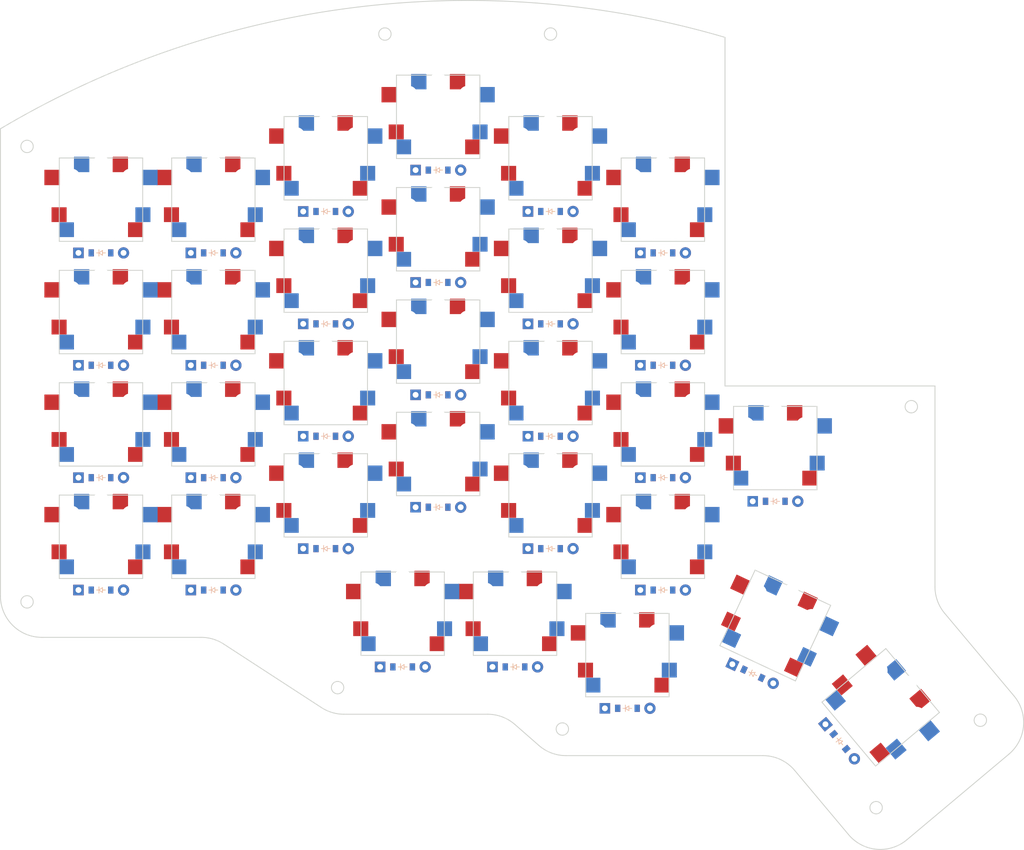
<source format=kicad_pcb>
(kicad_pcb (version 20171130) (host pcbnew 5.1.6)
  (title_block (title plateTOP) (rev v1.0.0) (company Unknown))
  (layers (0 F.Cu signal) (31 B.Cu signal) (34 B.Paste user) (35 F.Paste user) (36 B.SilkS user) (37 F.SilkS user) (38 B.Mask user) (39 F.Mask user) (44 Edge.Cuts user))
  (net 0 "")
  (net 1 "P21")
  (net 2 "GND")
  (net 3 "outerpinkie_bottom")
  (net 4 "P6")
  (net 5 "outerpinkie_middle")
  (net 6 "P5")
  (net 7 "outerpinkie_home")
  (net 8 "P4")
  (net 9 "outerpinkie_top")
  (net 10 "P3")
  (net 11 "P20")
  (net 12 "pinkie_bottom")
  (net 13 "pinkie_middle")
  (net 14 "pinkie_home")
  (net 15 "pinkie_top")
  (net 16 "P19")
  (net 17 "ring_bottom")
  (net 18 "ring_middle")
  (net 19 "ring_home")
  (net 20 "ring_top")
  (net 21 "P18")
  (net 22 "middle_bottom")
  (net 23 "middle_middle")
  (net 24 "middle_home")
  (net 25 "middle_top")
  (net 26 "P15")
  (net 27 "index_bottom")
  (net 28 "index_middle")
  (net 29 "index_home")
  (net 30 "index_top")
  (net 31 "P14")
  (net 32 "far_bottom")
  (net 33 "far_middle")
  (net 34 "far_home")
  (net 35 "far_top")
  (net 36 "first_bottom")
  (net 37 "P7")
  (net 38 "second_bottom")
  (net 39 "third_bottom")
  (net 40 "addon_bottom")
  (net 41 "fourth_bottom")
  (net 42 "fifth_bottom")
  (module PG1350 (layer F.Cu) (at 0 0 0)
    (fp_text reference "S1" hide)
    (fp_text value "" hide)
    (pad "" np_thru_hole circle (at 0 0) (size 3.429 3.429) (drill 3.429) (layers *.Cu *.Mask))
    (pad "" np_thru_hole circle (at 5.5 0) (size 1.7018 1.7018) (drill 1.7018) (layers *.Cu *.Mask))
    (pad "" np_thru_hole circle (at -5.5 0) (size 1.7018 1.7018) (drill 1.7018) (layers *.Cu *.Mask))
    (pad "" np_thru_hole circle (at 5 -3.75) (size 3 3) (drill 3) (layers *.Cu *.Mask))
    (pad "" np_thru_hole circle (at 0 -5.95) (size 3 3) (drill 3) (layers *.Cu *.Mask))
    (pad 1 smd rect (at -3.275 -5.95 0) (size 2.6 2.6) (layers B.Cu B.Paste B.Mask) (net 1 "P21"))
    (pad 2 smd rect (at 8.275 -3.75 0) (size 2.6 2.6) (layers B.Cu B.Paste B.Mask) (net 2 "GND"))
    (pad "" np_thru_hole circle (at -5 -3.75) (size 3 3) (drill 3) (layers *.Cu *.Mask))
    (pad "" np_thru_hole circle (at 0 -5.95) (size 3 3) (drill 3) (layers *.Cu *.Mask))
    (pad 1 smd rect (at 3.275 -5.95 0) (size 2.6 2.6) (layers F.Cu F.Paste F.Mask) (net 1 "P21"))
    (pad 2 smd rect (at -8.275 -3.75 0) (size 2.6 2.6) (layers F.Cu F.Paste F.Mask) (net 2 "GND"))
  )
  (module MX (layer F.Cu) (at 0 0 180)
    (fp_text reference "S2" hide)
    (fp_text value "" hide)
    (pad "" np_thru_hole circle (at 0 0) (size 3.9878 3.9878) (drill 3.9878) (layers *.Cu *.Mask))
    (pad "" np_thru_hole circle (at 5.08 0) (size 1.7018 1.7018) (drill 1.7018) (layers *.Cu *.Mask))
    (pad "" np_thru_hole circle (at -5.08 0) (size 1.7018 1.7018) (drill 1.7018) (layers *.Cu *.Mask))
    (pad "" np_thru_hole circle (at 2.54 -5.08) (size 3 3) (drill 3) (layers *.Cu *.Mask))
    (pad "" np_thru_hole circle (at -3.81 -2.54) (size 3 3) (drill 3) (layers *.Cu *.Mask))
    (pad 1 smd rect (at -7.085 -2.54 360) (size 2.55 2.5) (layers B.Cu B.Paste B.Mask) (net 1 "P21"))
    (pad 2 smd rect (at 5.842 -5.08 360) (size 2.55 2.5) (layers B.Cu B.Paste B.Mask) (net 2 "GND"))
    (pad "" np_thru_hole circle (at -2.54 -5.08) (size 3 3) (drill 3) (layers *.Cu *.Mask))
    (pad "" np_thru_hole circle (at 3.81 -2.54) (size 3 3) (drill 3) (layers *.Cu *.Mask))
    (pad 1 smd rect (at 7.085 -2.54 360) (size 2.55 2.5) (layers F.Cu F.Paste F.Mask) (net 1 "P21"))
    (pad 2 smd rect (at -5.842 -5.08 360) (size 2.55 2.5) (layers F.Cu F.Paste F.Mask) (net 2 "GND"))
  )
  (module ComboDiode (layer F.Cu) (at 0 9 0)
    (fp_text reference "D1" hide)
    (fp_text value "" hide)
    (pad 1 smd rect (at -1.65 0 0) (size 0.9 1.2) (layers F.Cu F.Paste F.Mask) (net 4 "P6"))
    (pad 2 smd rect (at 1.65 0 0) (size 0.9 1.2) (layers B.Cu B.Paste B.Mask) (net 3 "outerpinkie_bottom"))
    (pad 1 smd rect (at -1.65 0 0) (size 0.9 1.2) (layers B.Cu B.Paste B.Mask) (net 4 "P6"))
    (pad 2 smd rect (at 1.65 0 0) (size 0.9 1.2) (layers F.Cu F.Paste F.Mask) (net 3 "outerpinkie_bottom"))
    (pad 1 thru_hole circle (at 3.81 0 0) (size 1.905 1.905) (drill 0.9906) (layers *.Cu *.Mask) (net 3 "outerpinkie_bottom"))
    (pad 2 thru_hole rect (at -3.81 0 0) (size 1.778 1.778) (drill 0.9906) (layers *.Cu *.Mask) (net 4 "P6"))
  )
  (module PG1350 (layer F.Cu) (at 0 -19 0)
    (fp_text reference "S3" hide)
    (fp_text value "" hide)
    (pad "" np_thru_hole circle (at 0 0) (size 3.429 3.429) (drill 3.429) (layers *.Cu *.Mask))
    (pad "" np_thru_hole circle (at 5.5 0) (size 1.7018 1.7018) (drill 1.7018) (layers *.Cu *.Mask))
    (pad "" np_thru_hole circle (at -5.5 0) (size 1.7018 1.7018) (drill 1.7018) (layers *.Cu *.Mask))
    (pad "" np_thru_hole circle (at 5 -3.75) (size 3 3) (drill 3) (layers *.Cu *.Mask))
    (pad "" np_thru_hole circle (at 0 -5.95) (size 3 3) (drill 3) (layers *.Cu *.Mask))
    (pad 1 smd rect (at -3.275 -5.95 0) (size 2.6 2.6) (layers B.Cu B.Paste B.Mask) (net 1 "P21"))
    (pad 2 smd rect (at 8.275 -3.75 0) (size 2.6 2.6) (layers B.Cu B.Paste B.Mask) (net 2 "GND"))
    (pad "" np_thru_hole circle (at -5 -3.75) (size 3 3) (drill 3) (layers *.Cu *.Mask))
    (pad "" np_thru_hole circle (at 0 -5.95) (size 3 3) (drill 3) (layers *.Cu *.Mask))
    (pad 1 smd rect (at 3.275 -5.95 0) (size 2.6 2.6) (layers F.Cu F.Paste F.Mask) (net 1 "P21"))
    (pad 2 smd rect (at -8.275 -3.75 0) (size 2.6 2.6) (layers F.Cu F.Paste F.Mask) (net 2 "GND"))
  )
  (module MX (layer F.Cu) (at 0 -19 180)
    (fp_text reference "S4" hide)
    (fp_text value "" hide)
    (pad "" np_thru_hole circle (at 0 0) (size 3.9878 3.9878) (drill 3.9878) (layers *.Cu *.Mask))
    (pad "" np_thru_hole circle (at 5.08 0) (size 1.7018 1.7018) (drill 1.7018) (layers *.Cu *.Mask))
    (pad "" np_thru_hole circle (at -5.08 0) (size 1.7018 1.7018) (drill 1.7018) (layers *.Cu *.Mask))
    (pad "" np_thru_hole circle (at 2.54 -5.08) (size 3 3) (drill 3) (layers *.Cu *.Mask))
    (pad "" np_thru_hole circle (at -3.81 -2.54) (size 3 3) (drill 3) (layers *.Cu *.Mask))
    (pad 1 smd rect (at -7.085 -2.54 360) (size 2.55 2.5) (layers B.Cu B.Paste B.Mask) (net 1 "P21"))
    (pad 2 smd rect (at 5.842 -5.08 360) (size 2.55 2.5) (layers B.Cu B.Paste B.Mask) (net 2 "GND"))
    (pad "" np_thru_hole circle (at -2.54 -5.08) (size 3 3) (drill 3) (layers *.Cu *.Mask))
    (pad "" np_thru_hole circle (at 3.81 -2.54) (size 3 3) (drill 3) (layers *.Cu *.Mask))
    (pad 1 smd rect (at 7.085 -2.54 360) (size 2.55 2.5) (layers F.Cu F.Paste F.Mask) (net 1 "P21"))
    (pad 2 smd rect (at -5.842 -5.08 360) (size 2.55 2.5) (layers F.Cu F.Paste F.Mask) (net 2 "GND"))
  )
  (module ComboDiode (layer F.Cu) (at 0 -10 0)
    (fp_text reference "D2" hide)
    (fp_text value "" hide)
    (pad 1 smd rect (at -1.65 0 0) (size 0.9 1.2) (layers F.Cu F.Paste F.Mask) (net 6 "P5"))
    (pad 2 smd rect (at 1.65 0 0) (size 0.9 1.2) (layers B.Cu B.Paste B.Mask) (net 5 "outerpinkie_middle"))
    (pad 1 smd rect (at -1.65 0 0) (size 0.9 1.2) (layers B.Cu B.Paste B.Mask) (net 6 "P5"))
    (pad 2 smd rect (at 1.65 0 0) (size 0.9 1.2) (layers F.Cu F.Paste F.Mask) (net 5 "outerpinkie_middle"))
    (pad 1 thru_hole circle (at 3.81 0 0) (size 1.905 1.905) (drill 0.9906) (layers *.Cu *.Mask) (net 5 "outerpinkie_middle"))
    (pad 2 thru_hole rect (at -3.81 0 0) (size 1.778 1.778) (drill 0.9906) (layers *.Cu *.Mask) (net 6 "P5"))
  )
  (module PG1350 (layer F.Cu) (at 0 -38 0)
    (fp_text reference "S5" hide)
    (fp_text value "" hide)
    (pad "" np_thru_hole circle (at 0 0) (size 3.429 3.429) (drill 3.429) (layers *.Cu *.Mask))
    (pad "" np_thru_hole circle (at 5.5 0) (size 1.7018 1.7018) (drill 1.7018) (layers *.Cu *.Mask))
    (pad "" np_thru_hole circle (at -5.5 0) (size 1.7018 1.7018) (drill 1.7018) (layers *.Cu *.Mask))
    (pad "" np_thru_hole circle (at 5 -3.75) (size 3 3) (drill 3) (layers *.Cu *.Mask))
    (pad "" np_thru_hole circle (at 0 -5.95) (size 3 3) (drill 3) (layers *.Cu *.Mask))
    (pad 1 smd rect (at -3.275 -5.95 0) (size 2.6 2.6) (layers B.Cu B.Paste B.Mask) (net 1 "P21"))
    (pad 2 smd rect (at 8.275 -3.75 0) (size 2.6 2.6) (layers B.Cu B.Paste B.Mask) (net 2 "GND"))
    (pad "" np_thru_hole circle (at -5 -3.75) (size 3 3) (drill 3) (layers *.Cu *.Mask))
    (pad "" np_thru_hole circle (at 0 -5.95) (size 3 3) (drill 3) (layers *.Cu *.Mask))
    (pad 1 smd rect (at 3.275 -5.95 0) (size 2.6 2.6) (layers F.Cu F.Paste F.Mask) (net 1 "P21"))
    (pad 2 smd rect (at -8.275 -3.75 0) (size 2.6 2.6) (layers F.Cu F.Paste F.Mask) (net 2 "GND"))
  )
  (module MX (layer F.Cu) (at 0 -38 180)
    (fp_text reference "S6" hide)
    (fp_text value "" hide)
    (pad "" np_thru_hole circle (at 0 0) (size 3.9878 3.9878) (drill 3.9878) (layers *.Cu *.Mask))
    (pad "" np_thru_hole circle (at 5.08 0) (size 1.7018 1.7018) (drill 1.7018) (layers *.Cu *.Mask))
    (pad "" np_thru_hole circle (at -5.08 0) (size 1.7018 1.7018) (drill 1.7018) (layers *.Cu *.Mask))
    (pad "" np_thru_hole circle (at 2.54 -5.08) (size 3 3) (drill 3) (layers *.Cu *.Mask))
    (pad "" np_thru_hole circle (at -3.81 -2.54) (size 3 3) (drill 3) (layers *.Cu *.Mask))
    (pad 1 smd rect (at -7.085 -2.54 360) (size 2.55 2.5) (layers B.Cu B.Paste B.Mask) (net 1 "P21"))
    (pad 2 smd rect (at 5.842 -5.08 360) (size 2.55 2.5) (layers B.Cu B.Paste B.Mask) (net 2 "GND"))
    (pad "" np_thru_hole circle (at -2.54 -5.08) (size 3 3) (drill 3) (layers *.Cu *.Mask))
    (pad "" np_thru_hole circle (at 3.81 -2.54) (size 3 3) (drill 3) (layers *.Cu *.Mask))
    (pad 1 smd rect (at 7.085 -2.54 360) (size 2.55 2.5) (layers F.Cu F.Paste F.Mask) (net 1 "P21"))
    (pad 2 smd rect (at -5.842 -5.08 360) (size 2.55 2.5) (layers F.Cu F.Paste F.Mask) (net 2 "GND"))
  )
  (module ComboDiode (layer F.Cu) (at 0 -29 0)
    (fp_text reference "D3" hide)
    (fp_text value "" hide)
    (pad 1 smd rect (at -1.65 0 0) (size 0.9 1.2) (layers F.Cu F.Paste F.Mask) (net 8 "P4"))
    (pad 2 smd rect (at 1.65 0 0) (size 0.9 1.2) (layers B.Cu B.Paste B.Mask) (net 7 "outerpinkie_home"))
    (pad 1 smd rect (at -1.65 0 0) (size 0.9 1.2) (layers B.Cu B.Paste B.Mask) (net 8 "P4"))
    (pad 2 smd rect (at 1.65 0 0) (size 0.9 1.2) (layers F.Cu F.Paste F.Mask) (net 7 "outerpinkie_home"))
    (pad 1 thru_hole circle (at 3.81 0 0) (size 1.905 1.905) (drill 0.9906) (layers *.Cu *.Mask) (net 7 "outerpinkie_home"))
    (pad 2 thru_hole rect (at -3.81 0 0) (size 1.778 1.778) (drill 0.9906) (layers *.Cu *.Mask) (net 8 "P4"))
  )
  (module PG1350 (layer F.Cu) (at 0 -57 0)
    (fp_text reference "S7" hide)
    (fp_text value "" hide)
    (pad "" np_thru_hole circle (at 0 0) (size 3.429 3.429) (drill 3.429) (layers *.Cu *.Mask))
    (pad "" np_thru_hole circle (at 5.5 0) (size 1.7018 1.7018) (drill 1.7018) (layers *.Cu *.Mask))
    (pad "" np_thru_hole circle (at -5.5 0) (size 1.7018 1.7018) (drill 1.7018) (layers *.Cu *.Mask))
    (pad "" np_thru_hole circle (at 5 -3.75) (size 3 3) (drill 3) (layers *.Cu *.Mask))
    (pad "" np_thru_hole circle (at 0 -5.95) (size 3 3) (drill 3) (layers *.Cu *.Mask))
    (pad 1 smd rect (at -3.275 -5.95 0) (size 2.6 2.6) (layers B.Cu B.Paste B.Mask) (net 1 "P21"))
    (pad 2 smd rect (at 8.275 -3.75 0) (size 2.6 2.6) (layers B.Cu B.Paste B.Mask) (net 2 "GND"))
    (pad "" np_thru_hole circle (at -5 -3.75) (size 3 3) (drill 3) (layers *.Cu *.Mask))
    (pad "" np_thru_hole circle (at 0 -5.95) (size 3 3) (drill 3) (layers *.Cu *.Mask))
    (pad 1 smd rect (at 3.275 -5.95 0) (size 2.6 2.6) (layers F.Cu F.Paste F.Mask) (net 1 "P21"))
    (pad 2 smd rect (at -8.275 -3.75 0) (size 2.6 2.6) (layers F.Cu F.Paste F.Mask) (net 2 "GND"))
  )
  (module MX (layer F.Cu) (at 0 -57 180)
    (fp_text reference "S8" hide)
    (fp_text value "" hide)
    (pad "" np_thru_hole circle (at 0 0) (size 3.9878 3.9878) (drill 3.9878) (layers *.Cu *.Mask))
    (pad "" np_thru_hole circle (at 5.08 0) (size 1.7018 1.7018) (drill 1.7018) (layers *.Cu *.Mask))
    (pad "" np_thru_hole circle (at -5.08 0) (size 1.7018 1.7018) (drill 1.7018) (layers *.Cu *.Mask))
    (pad "" np_thru_hole circle (at 2.54 -5.08) (size 3 3) (drill 3) (layers *.Cu *.Mask))
    (pad "" np_thru_hole circle (at -3.81 -2.54) (size 3 3) (drill 3) (layers *.Cu *.Mask))
    (pad 1 smd rect (at -7.085 -2.54 360) (size 2.55 2.5) (layers B.Cu B.Paste B.Mask) (net 1 "P21"))
    (pad 2 smd rect (at 5.842 -5.08 360) (size 2.55 2.5) (layers B.Cu B.Paste B.Mask) (net 2 "GND"))
    (pad "" np_thru_hole circle (at -2.54 -5.08) (size 3 3) (drill 3) (layers *.Cu *.Mask))
    (pad "" np_thru_hole circle (at 3.81 -2.54) (size 3 3) (drill 3) (layers *.Cu *.Mask))
    (pad 1 smd rect (at 7.085 -2.54 360) (size 2.55 2.5) (layers F.Cu F.Paste F.Mask) (net 1 "P21"))
    (pad 2 smd rect (at -5.842 -5.08 360) (size 2.55 2.5) (layers F.Cu F.Paste F.Mask) (net 2 "GND"))
  )
  (module ComboDiode (layer F.Cu) (at 0 -48 0)
    (fp_text reference "D4" hide)
    (fp_text value "" hide)
    (pad 1 smd rect (at -1.65 0 0) (size 0.9 1.2) (layers F.Cu F.Paste F.Mask) (net 10 "P3"))
    (pad 2 smd rect (at 1.65 0 0) (size 0.9 1.2) (layers B.Cu B.Paste B.Mask) (net 9 "outerpinkie_top"))
    (pad 1 smd rect (at -1.65 0 0) (size 0.9 1.2) (layers B.Cu B.Paste B.Mask) (net 10 "P3"))
    (pad 2 smd rect (at 1.65 0 0) (size 0.9 1.2) (layers F.Cu F.Paste F.Mask) (net 9 "outerpinkie_top"))
    (pad 1 thru_hole circle (at 3.81 0 0) (size 1.905 1.905) (drill 0.9906) (layers *.Cu *.Mask) (net 9 "outerpinkie_top"))
    (pad 2 thru_hole rect (at -3.81 0 0) (size 1.778 1.778) (drill 0.9906) (layers *.Cu *.Mask) (net 10 "P3"))
  )
  (module PG1350 (layer F.Cu) (at 19 0 0)
    (fp_text reference "S9" hide)
    (fp_text value "" hide)
    (pad "" np_thru_hole circle (at 0 0) (size 3.429 3.429) (drill 3.429) (layers *.Cu *.Mask))
    (pad "" np_thru_hole circle (at 5.5 0) (size 1.7018 1.7018) (drill 1.7018) (layers *.Cu *.Mask))
    (pad "" np_thru_hole circle (at -5.5 0) (size 1.7018 1.7018) (drill 1.7018) (layers *.Cu *.Mask))
    (pad "" np_thru_hole circle (at 5 -3.75) (size 3 3) (drill 3) (layers *.Cu *.Mask))
    (pad "" np_thru_hole circle (at 0 -5.95) (size 3 3) (drill 3) (layers *.Cu *.Mask))
    (pad 1 smd rect (at -3.275 -5.95 0) (size 2.6 2.6) (layers B.Cu B.Paste B.Mask) (net 11 "P20"))
    (pad 2 smd rect (at 8.275 -3.75 0) (size 2.6 2.6) (layers B.Cu B.Paste B.Mask) (net 2 "GND"))
    (pad "" np_thru_hole circle (at -5 -3.75) (size 3 3) (drill 3) (layers *.Cu *.Mask))
    (pad "" np_thru_hole circle (at 0 -5.95) (size 3 3) (drill 3) (layers *.Cu *.Mask))
    (pad 1 smd rect (at 3.275 -5.95 0) (size 2.6 2.6) (layers F.Cu F.Paste F.Mask) (net 11 "P20"))
    (pad 2 smd rect (at -8.275 -3.75 0) (size 2.6 2.6) (layers F.Cu F.Paste F.Mask) (net 2 "GND"))
  )
  (module MX (layer F.Cu) (at 19 0 180)
    (fp_text reference "S10" hide)
    (fp_text value "" hide)
    (pad "" np_thru_hole circle (at 0 0) (size 3.9878 3.9878) (drill 3.9878) (layers *.Cu *.Mask))
    (pad "" np_thru_hole circle (at 5.08 0) (size 1.7018 1.7018) (drill 1.7018) (layers *.Cu *.Mask))
    (pad "" np_thru_hole circle (at -5.08 0) (size 1.7018 1.7018) (drill 1.7018) (layers *.Cu *.Mask))
    (pad "" np_thru_hole circle (at 2.54 -5.08) (size 3 3) (drill 3) (layers *.Cu *.Mask))
    (pad "" np_thru_hole circle (at -3.81 -2.54) (size 3 3) (drill 3) (layers *.Cu *.Mask))
    (pad 1 smd rect (at -7.085 -2.54 360) (size 2.55 2.5) (layers B.Cu B.Paste B.Mask) (net 11 "P20"))
    (pad 2 smd rect (at 5.842 -5.08 360) (size 2.55 2.5) (layers B.Cu B.Paste B.Mask) (net 2 "GND"))
    (pad "" np_thru_hole circle (at -2.54 -5.08) (size 3 3) (drill 3) (layers *.Cu *.Mask))
    (pad "" np_thru_hole circle (at 3.81 -2.54) (size 3 3) (drill 3) (layers *.Cu *.Mask))
    (pad 1 smd rect (at 7.085 -2.54 360) (size 2.55 2.5) (layers F.Cu F.Paste F.Mask) (net 11 "P20"))
    (pad 2 smd rect (at -5.842 -5.08 360) (size 2.55 2.5) (layers F.Cu F.Paste F.Mask) (net 2 "GND"))
  )
  (module ComboDiode (layer F.Cu) (at 19 9 0)
    (fp_text reference "D5" hide)
    (fp_text value "" hide)
    (pad 1 smd rect (at -1.65 0 0) (size 0.9 1.2) (layers F.Cu F.Paste F.Mask) (net 4 "P6"))
    (pad 2 smd rect (at 1.65 0 0) (size 0.9 1.2) (layers B.Cu B.Paste B.Mask) (net 12 "pinkie_bottom"))
    (pad 1 smd rect (at -1.65 0 0) (size 0.9 1.2) (layers B.Cu B.Paste B.Mask) (net 4 "P6"))
    (pad 2 smd rect (at 1.65 0 0) (size 0.9 1.2) (layers F.Cu F.Paste F.Mask) (net 12 "pinkie_bottom"))
    (pad 1 thru_hole circle (at 3.81 0 0) (size 1.905 1.905) (drill 0.9906) (layers *.Cu *.Mask) (net 12 "pinkie_bottom"))
    (pad 2 thru_hole rect (at -3.81 0 0) (size 1.778 1.778) (drill 0.9906) (layers *.Cu *.Mask) (net 4 "P6"))
  )
  (module PG1350 (layer F.Cu) (at 19 -19 0)
    (fp_text reference "S11" hide)
    (fp_text value "" hide)
    (pad "" np_thru_hole circle (at 0 0) (size 3.429 3.429) (drill 3.429) (layers *.Cu *.Mask))
    (pad "" np_thru_hole circle (at 5.5 0) (size 1.7018 1.7018) (drill 1.7018) (layers *.Cu *.Mask))
    (pad "" np_thru_hole circle (at -5.5 0) (size 1.7018 1.7018) (drill 1.7018) (layers *.Cu *.Mask))
    (pad "" np_thru_hole circle (at 5 -3.75) (size 3 3) (drill 3) (layers *.Cu *.Mask))
    (pad "" np_thru_hole circle (at 0 -5.95) (size 3 3) (drill 3) (layers *.Cu *.Mask))
    (pad 1 smd rect (at -3.275 -5.95 0) (size 2.6 2.6) (layers B.Cu B.Paste B.Mask) (net 11 "P20"))
    (pad 2 smd rect (at 8.275 -3.75 0) (size 2.6 2.6) (layers B.Cu B.Paste B.Mask) (net 2 "GND"))
    (pad "" np_thru_hole circle (at -5 -3.75) (size 3 3) (drill 3) (layers *.Cu *.Mask))
    (pad "" np_thru_hole circle (at 0 -5.95) (size 3 3) (drill 3) (layers *.Cu *.Mask))
    (pad 1 smd rect (at 3.275 -5.95 0) (size 2.6 2.6) (layers F.Cu F.Paste F.Mask) (net 11 "P20"))
    (pad 2 smd rect (at -8.275 -3.75 0) (size 2.6 2.6) (layers F.Cu F.Paste F.Mask) (net 2 "GND"))
  )
  (module MX (layer F.Cu) (at 19 -19 180)
    (fp_text reference "S12" hide)
    (fp_text value "" hide)
    (pad "" np_thru_hole circle (at 0 0) (size 3.9878 3.9878) (drill 3.9878) (layers *.Cu *.Mask))
    (pad "" np_thru_hole circle (at 5.08 0) (size 1.7018 1.7018) (drill 1.7018) (layers *.Cu *.Mask))
    (pad "" np_thru_hole circle (at -5.08 0) (size 1.7018 1.7018) (drill 1.7018) (layers *.Cu *.Mask))
    (pad "" np_thru_hole circle (at 2.54 -5.08) (size 3 3) (drill 3) (layers *.Cu *.Mask))
    (pad "" np_thru_hole circle (at -3.81 -2.54) (size 3 3) (drill 3) (layers *.Cu *.Mask))
    (pad 1 smd rect (at -7.085 -2.54 360) (size 2.55 2.5) (layers B.Cu B.Paste B.Mask) (net 11 "P20"))
    (pad 2 smd rect (at 5.842 -5.08 360) (size 2.55 2.5) (layers B.Cu B.Paste B.Mask) (net 2 "GND"))
    (pad "" np_thru_hole circle (at -2.54 -5.08) (size 3 3) (drill 3) (layers *.Cu *.Mask))
    (pad "" np_thru_hole circle (at 3.81 -2.54) (size 3 3) (drill 3) (layers *.Cu *.Mask))
    (pad 1 smd rect (at 7.085 -2.54 360) (size 2.55 2.5) (layers F.Cu F.Paste F.Mask) (net 11 "P20"))
    (pad 2 smd rect (at -5.842 -5.08 360) (size 2.55 2.5) (layers F.Cu F.Paste F.Mask) (net 2 "GND"))
  )
  (module ComboDiode (layer F.Cu) (at 19 -10 0)
    (fp_text reference "D6" hide)
    (fp_text value "" hide)
    (pad 1 smd rect (at -1.65 0 0) (size 0.9 1.2) (layers F.Cu F.Paste F.Mask) (net 6 "P5"))
    (pad 2 smd rect (at 1.65 0 0) (size 0.9 1.2) (layers B.Cu B.Paste B.Mask) (net 13 "pinkie_middle"))
    (pad 1 smd rect (at -1.65 0 0) (size 0.9 1.2) (layers B.Cu B.Paste B.Mask) (net 6 "P5"))
    (pad 2 smd rect (at 1.65 0 0) (size 0.9 1.2) (layers F.Cu F.Paste F.Mask) (net 13 "pinkie_middle"))
    (pad 1 thru_hole circle (at 3.81 0 0) (size 1.905 1.905) (drill 0.9906) (layers *.Cu *.Mask) (net 13 "pinkie_middle"))
    (pad 2 thru_hole rect (at -3.81 0 0) (size 1.778 1.778) (drill 0.9906) (layers *.Cu *.Mask) (net 6 "P5"))
  )
  (module PG1350 (layer F.Cu) (at 19 -38 0)
    (fp_text reference "S13" hide)
    (fp_text value "" hide)
    (pad "" np_thru_hole circle (at 0 0) (size 3.429 3.429) (drill 3.429) (layers *.Cu *.Mask))
    (pad "" np_thru_hole circle (at 5.5 0) (size 1.7018 1.7018) (drill 1.7018) (layers *.Cu *.Mask))
    (pad "" np_thru_hole circle (at -5.5 0) (size 1.7018 1.7018) (drill 1.7018) (layers *.Cu *.Mask))
    (pad "" np_thru_hole circle (at 5 -3.75) (size 3 3) (drill 3) (layers *.Cu *.Mask))
    (pad "" np_thru_hole circle (at 0 -5.95) (size 3 3) (drill 3) (layers *.Cu *.Mask))
    (pad 1 smd rect (at -3.275 -5.95 0) (size 2.6 2.6) (layers B.Cu B.Paste B.Mask) (net 11 "P20"))
    (pad 2 smd rect (at 8.275 -3.75 0) (size 2.6 2.6) (layers B.Cu B.Paste B.Mask) (net 2 "GND"))
    (pad "" np_thru_hole circle (at -5 -3.75) (size 3 3) (drill 3) (layers *.Cu *.Mask))
    (pad "" np_thru_hole circle (at 0 -5.95) (size 3 3) (drill 3) (layers *.Cu *.Mask))
    (pad 1 smd rect (at 3.275 -5.95 0) (size 2.6 2.6) (layers F.Cu F.Paste F.Mask) (net 11 "P20"))
    (pad 2 smd rect (at -8.275 -3.75 0) (size 2.6 2.6) (layers F.Cu F.Paste F.Mask) (net 2 "GND"))
  )
  (module MX (layer F.Cu) (at 19 -38 180)
    (fp_text reference "S14" hide)
    (fp_text value "" hide)
    (pad "" np_thru_hole circle (at 0 0) (size 3.9878 3.9878) (drill 3.9878) (layers *.Cu *.Mask))
    (pad "" np_thru_hole circle (at 5.08 0) (size 1.7018 1.7018) (drill 1.7018) (layers *.Cu *.Mask))
    (pad "" np_thru_hole circle (at -5.08 0) (size 1.7018 1.7018) (drill 1.7018) (layers *.Cu *.Mask))
    (pad "" np_thru_hole circle (at 2.54 -5.08) (size 3 3) (drill 3) (layers *.Cu *.Mask))
    (pad "" np_thru_hole circle (at -3.81 -2.54) (size 3 3) (drill 3) (layers *.Cu *.Mask))
    (pad 1 smd rect (at -7.085 -2.54 360) (size 2.55 2.5) (layers B.Cu B.Paste B.Mask) (net 11 "P20"))
    (pad 2 smd rect (at 5.842 -5.08 360) (size 2.55 2.5) (layers B.Cu B.Paste B.Mask) (net 2 "GND"))
    (pad "" np_thru_hole circle (at -2.54 -5.08) (size 3 3) (drill 3) (layers *.Cu *.Mask))
    (pad "" np_thru_hole circle (at 3.81 -2.54) (size 3 3) (drill 3) (layers *.Cu *.Mask))
    (pad 1 smd rect (at 7.085 -2.54 360) (size 2.55 2.5) (layers F.Cu F.Paste F.Mask) (net 11 "P20"))
    (pad 2 smd rect (at -5.842 -5.08 360) (size 2.55 2.5) (layers F.Cu F.Paste F.Mask) (net 2 "GND"))
  )
  (module ComboDiode (layer F.Cu) (at 19 -29 0)
    (fp_text reference "D7" hide)
    (fp_text value "" hide)
    (pad 1 smd rect (at -1.65 0 0) (size 0.9 1.2) (layers F.Cu F.Paste F.Mask) (net 8 "P4"))
    (pad 2 smd rect (at 1.65 0 0) (size 0.9 1.2) (layers B.Cu B.Paste B.Mask) (net 14 "pinkie_home"))
    (pad 1 smd rect (at -1.65 0 0) (size 0.9 1.2) (layers B.Cu B.Paste B.Mask) (net 8 "P4"))
    (pad 2 smd rect (at 1.65 0 0) (size 0.9 1.2) (layers F.Cu F.Paste F.Mask) (net 14 "pinkie_home"))
    (pad 1 thru_hole circle (at 3.81 0 0) (size 1.905 1.905) (drill 0.9906) (layers *.Cu *.Mask) (net 14 "pinkie_home"))
    (pad 2 thru_hole rect (at -3.81 0 0) (size 1.778 1.778) (drill 0.9906) (layers *.Cu *.Mask) (net 8 "P4"))
  )
  (module PG1350 (layer F.Cu) (at 19 -57 0)
    (fp_text reference "S15" hide)
    (fp_text value "" hide)
    (pad "" np_thru_hole circle (at 0 0) (size 3.429 3.429) (drill 3.429) (layers *.Cu *.Mask))
    (pad "" np_thru_hole circle (at 5.5 0) (size 1.7018 1.7018) (drill 1.7018) (layers *.Cu *.Mask))
    (pad "" np_thru_hole circle (at -5.5 0) (size 1.7018 1.7018) (drill 1.7018) (layers *.Cu *.Mask))
    (pad "" np_thru_hole circle (at 5 -3.75) (size 3 3) (drill 3) (layers *.Cu *.Mask))
    (pad "" np_thru_hole circle (at 0 -5.95) (size 3 3) (drill 3) (layers *.Cu *.Mask))
    (pad 1 smd rect (at -3.275 -5.95 0) (size 2.6 2.6) (layers B.Cu B.Paste B.Mask) (net 11 "P20"))
    (pad 2 smd rect (at 8.275 -3.75 0) (size 2.6 2.6) (layers B.Cu B.Paste B.Mask) (net 2 "GND"))
    (pad "" np_thru_hole circle (at -5 -3.75) (size 3 3) (drill 3) (layers *.Cu *.Mask))
    (pad "" np_thru_hole circle (at 0 -5.95) (size 3 3) (drill 3) (layers *.Cu *.Mask))
    (pad 1 smd rect (at 3.275 -5.95 0) (size 2.6 2.6) (layers F.Cu F.Paste F.Mask) (net 11 "P20"))
    (pad 2 smd rect (at -8.275 -3.75 0) (size 2.6 2.6) (layers F.Cu F.Paste F.Mask) (net 2 "GND"))
  )
  (module MX (layer F.Cu) (at 19 -57 180)
    (fp_text reference "S16" hide)
    (fp_text value "" hide)
    (pad "" np_thru_hole circle (at 0 0) (size 3.9878 3.9878) (drill 3.9878) (layers *.Cu *.Mask))
    (pad "" np_thru_hole circle (at 5.08 0) (size 1.7018 1.7018) (drill 1.7018) (layers *.Cu *.Mask))
    (pad "" np_thru_hole circle (at -5.08 0) (size 1.7018 1.7018) (drill 1.7018) (layers *.Cu *.Mask))
    (pad "" np_thru_hole circle (at 2.54 -5.08) (size 3 3) (drill 3) (layers *.Cu *.Mask))
    (pad "" np_thru_hole circle (at -3.81 -2.54) (size 3 3) (drill 3) (layers *.Cu *.Mask))
    (pad 1 smd rect (at -7.085 -2.54 360) (size 2.55 2.5) (layers B.Cu B.Paste B.Mask) (net 11 "P20"))
    (pad 2 smd rect (at 5.842 -5.08 360) (size 2.55 2.5) (layers B.Cu B.Paste B.Mask) (net 2 "GND"))
    (pad "" np_thru_hole circle (at -2.54 -5.08) (size 3 3) (drill 3) (layers *.Cu *.Mask))
    (pad "" np_thru_hole circle (at 3.81 -2.54) (size 3 3) (drill 3) (layers *.Cu *.Mask))
    (pad 1 smd rect (at 7.085 -2.54 360) (size 2.55 2.5) (layers F.Cu F.Paste F.Mask) (net 11 "P20"))
    (pad 2 smd rect (at -5.842 -5.08 360) (size 2.55 2.5) (layers F.Cu F.Paste F.Mask) (net 2 "GND"))
  )
  (module ComboDiode (layer F.Cu) (at 19 -48 0)
    (fp_text reference "D8" hide)
    (fp_text value "" hide)
    (pad 1 smd rect (at -1.65 0 0) (size 0.9 1.2) (layers F.Cu F.Paste F.Mask) (net 10 "P3"))
    (pad 2 smd rect (at 1.65 0 0) (size 0.9 1.2) (layers B.Cu B.Paste B.Mask) (net 15 "pinkie_top"))
    (pad 1 smd rect (at -1.65 0 0) (size 0.9 1.2) (layers B.Cu B.Paste B.Mask) (net 10 "P3"))
    (pad 2 smd rect (at 1.65 0 0) (size 0.9 1.2) (layers F.Cu F.Paste F.Mask) (net 15 "pinkie_top"))
    (pad 1 thru_hole circle (at 3.81 0 0) (size 1.905 1.905) (drill 0.9906) (layers *.Cu *.Mask) (net 15 "pinkie_top"))
    (pad 2 thru_hole rect (at -3.81 0 0) (size 1.778 1.778) (drill 0.9906) (layers *.Cu *.Mask) (net 10 "P3"))
  )
  (module PG1350 (layer F.Cu) (at 38 -7 0)
    (fp_text reference "S17" hide)
    (fp_text value "" hide)
    (pad "" np_thru_hole circle (at 0 0) (size 3.429 3.429) (drill 3.429) (layers *.Cu *.Mask))
    (pad "" np_thru_hole circle (at 5.5 0) (size 1.7018 1.7018) (drill 1.7018) (layers *.Cu *.Mask))
    (pad "" np_thru_hole circle (at -5.5 0) (size 1.7018 1.7018) (drill 1.7018) (layers *.Cu *.Mask))
    (pad "" np_thru_hole circle (at 5 -3.75) (size 3 3) (drill 3) (layers *.Cu *.Mask))
    (pad "" np_thru_hole circle (at 0 -5.95) (size 3 3) (drill 3) (layers *.Cu *.Mask))
    (pad 1 smd rect (at -3.275 -5.95 0) (size 2.6 2.6) (layers B.Cu B.Paste B.Mask) (net 16 "P19"))
    (pad 2 smd rect (at 8.275 -3.75 0) (size 2.6 2.6) (layers B.Cu B.Paste B.Mask) (net 2 "GND"))
    (pad "" np_thru_hole circle (at -5 -3.75) (size 3 3) (drill 3) (layers *.Cu *.Mask))
    (pad "" np_thru_hole circle (at 0 -5.95) (size 3 3) (drill 3) (layers *.Cu *.Mask))
    (pad 1 smd rect (at 3.275 -5.95 0) (size 2.6 2.6) (layers F.Cu F.Paste F.Mask) (net 16 "P19"))
    (pad 2 smd rect (at -8.275 -3.75 0) (size 2.6 2.6) (layers F.Cu F.Paste F.Mask) (net 2 "GND"))
  )
  (module MX (layer F.Cu) (at 38 -7 180)
    (fp_text reference "S18" hide)
    (fp_text value "" hide)
    (pad "" np_thru_hole circle (at 0 0) (size 3.9878 3.9878) (drill 3.9878) (layers *.Cu *.Mask))
    (pad "" np_thru_hole circle (at 5.08 0) (size 1.7018 1.7018) (drill 1.7018) (layers *.Cu *.Mask))
    (pad "" np_thru_hole circle (at -5.08 0) (size 1.7018 1.7018) (drill 1.7018) (layers *.Cu *.Mask))
    (pad "" np_thru_hole circle (at 2.54 -5.08) (size 3 3) (drill 3) (layers *.Cu *.Mask))
    (pad "" np_thru_hole circle (at -3.81 -2.54) (size 3 3) (drill 3) (layers *.Cu *.Mask))
    (pad 1 smd rect (at -7.085 -2.54 360) (size 2.55 2.5) (layers B.Cu B.Paste B.Mask) (net 16 "P19"))
    (pad 2 smd rect (at 5.842 -5.08 360) (size 2.55 2.5) (layers B.Cu B.Paste B.Mask) (net 2 "GND"))
    (pad "" np_thru_hole circle (at -2.54 -5.08) (size 3 3) (drill 3) (layers *.Cu *.Mask))
    (pad "" np_thru_hole circle (at 3.81 -2.54) (size 3 3) (drill 3) (layers *.Cu *.Mask))
    (pad 1 smd rect (at 7.085 -2.54 360) (size 2.55 2.5) (layers F.Cu F.Paste F.Mask) (net 16 "P19"))
    (pad 2 smd rect (at -5.842 -5.08 360) (size 2.55 2.5) (layers F.Cu F.Paste F.Mask) (net 2 "GND"))
  )
  (module ComboDiode (layer F.Cu) (at 38 2 0)
    (fp_text reference "D9" hide)
    (fp_text value "" hide)
    (pad 1 smd rect (at -1.65 0 0) (size 0.9 1.2) (layers F.Cu F.Paste F.Mask) (net 4 "P6"))
    (pad 2 smd rect (at 1.65 0 0) (size 0.9 1.2) (layers B.Cu B.Paste B.Mask) (net 17 "ring_bottom"))
    (pad 1 smd rect (at -1.65 0 0) (size 0.9 1.2) (layers B.Cu B.Paste B.Mask) (net 4 "P6"))
    (pad 2 smd rect (at 1.65 0 0) (size 0.9 1.2) (layers F.Cu F.Paste F.Mask) (net 17 "ring_bottom"))
    (pad 1 thru_hole circle (at 3.81 0 0) (size 1.905 1.905) (drill 0.9906) (layers *.Cu *.Mask) (net 17 "ring_bottom"))
    (pad 2 thru_hole rect (at -3.81 0 0) (size 1.778 1.778) (drill 0.9906) (layers *.Cu *.Mask) (net 4 "P6"))
  )
  (module PG1350 (layer F.Cu) (at 38 -26 0)
    (fp_text reference "S19" hide)
    (fp_text value "" hide)
    (pad "" np_thru_hole circle (at 0 0) (size 3.429 3.429) (drill 3.429) (layers *.Cu *.Mask))
    (pad "" np_thru_hole circle (at 5.5 0) (size 1.7018 1.7018) (drill 1.7018) (layers *.Cu *.Mask))
    (pad "" np_thru_hole circle (at -5.5 0) (size 1.7018 1.7018) (drill 1.7018) (layers *.Cu *.Mask))
    (pad "" np_thru_hole circle (at 5 -3.75) (size 3 3) (drill 3) (layers *.Cu *.Mask))
    (pad "" np_thru_hole circle (at 0 -5.95) (size 3 3) (drill 3) (layers *.Cu *.Mask))
    (pad 1 smd rect (at -3.275 -5.95 0) (size 2.6 2.6) (layers B.Cu B.Paste B.Mask) (net 16 "P19"))
    (pad 2 smd rect (at 8.275 -3.75 0) (size 2.6 2.6) (layers B.Cu B.Paste B.Mask) (net 2 "GND"))
    (pad "" np_thru_hole circle (at -5 -3.75) (size 3 3) (drill 3) (layers *.Cu *.Mask))
    (pad "" np_thru_hole circle (at 0 -5.95) (size 3 3) (drill 3) (layers *.Cu *.Mask))
    (pad 1 smd rect (at 3.275 -5.95 0) (size 2.6 2.6) (layers F.Cu F.Paste F.Mask) (net 16 "P19"))
    (pad 2 smd rect (at -8.275 -3.75 0) (size 2.6 2.6) (layers F.Cu F.Paste F.Mask) (net 2 "GND"))
  )
  (module MX (layer F.Cu) (at 38 -26 180)
    (fp_text reference "S20" hide)
    (fp_text value "" hide)
    (pad "" np_thru_hole circle (at 0 0) (size 3.9878 3.9878) (drill 3.9878) (layers *.Cu *.Mask))
    (pad "" np_thru_hole circle (at 5.08 0) (size 1.7018 1.7018) (drill 1.7018) (layers *.Cu *.Mask))
    (pad "" np_thru_hole circle (at -5.08 0) (size 1.7018 1.7018) (drill 1.7018) (layers *.Cu *.Mask))
    (pad "" np_thru_hole circle (at 2.54 -5.08) (size 3 3) (drill 3) (layers *.Cu *.Mask))
    (pad "" np_thru_hole circle (at -3.81 -2.54) (size 3 3) (drill 3) (layers *.Cu *.Mask))
    (pad 1 smd rect (at -7.085 -2.54 360) (size 2.55 2.5) (layers B.Cu B.Paste B.Mask) (net 16 "P19"))
    (pad 2 smd rect (at 5.842 -5.08 360) (size 2.55 2.5) (layers B.Cu B.Paste B.Mask) (net 2 "GND"))
    (pad "" np_thru_hole circle (at -2.54 -5.08) (size 3 3) (drill 3) (layers *.Cu *.Mask))
    (pad "" np_thru_hole circle (at 3.81 -2.54) (size 3 3) (drill 3) (layers *.Cu *.Mask))
    (pad 1 smd rect (at 7.085 -2.54 360) (size 2.55 2.5) (layers F.Cu F.Paste F.Mask) (net 16 "P19"))
    (pad 2 smd rect (at -5.842 -5.08 360) (size 2.55 2.5) (layers F.Cu F.Paste F.Mask) (net 2 "GND"))
  )
  (module ComboDiode (layer F.Cu) (at 38 -17 0)
    (fp_text reference "D10" hide)
    (fp_text value "" hide)
    (pad 1 smd rect (at -1.65 0 0) (size 0.9 1.2) (layers F.Cu F.Paste F.Mask) (net 6 "P5"))
    (pad 2 smd rect (at 1.65 0 0) (size 0.9 1.2) (layers B.Cu B.Paste B.Mask) (net 18 "ring_middle"))
    (pad 1 smd rect (at -1.65 0 0) (size 0.9 1.2) (layers B.Cu B.Paste B.Mask) (net 6 "P5"))
    (pad 2 smd rect (at 1.65 0 0) (size 0.9 1.2) (layers F.Cu F.Paste F.Mask) (net 18 "ring_middle"))
    (pad 1 thru_hole circle (at 3.81 0 0) (size 1.905 1.905) (drill 0.9906) (layers *.Cu *.Mask) (net 18 "ring_middle"))
    (pad 2 thru_hole rect (at -3.81 0 0) (size 1.778 1.778) (drill 0.9906) (layers *.Cu *.Mask) (net 6 "P5"))
  )
  (module PG1350 (layer F.Cu) (at 38 -45 0)
    (fp_text reference "S21" hide)
    (fp_text value "" hide)
    (pad "" np_thru_hole circle (at 0 0) (size 3.429 3.429) (drill 3.429) (layers *.Cu *.Mask))
    (pad "" np_thru_hole circle (at 5.5 0) (size 1.7018 1.7018) (drill 1.7018) (layers *.Cu *.Mask))
    (pad "" np_thru_hole circle (at -5.5 0) (size 1.7018 1.7018) (drill 1.7018) (layers *.Cu *.Mask))
    (pad "" np_thru_hole circle (at 5 -3.75) (size 3 3) (drill 3) (layers *.Cu *.Mask))
    (pad "" np_thru_hole circle (at 0 -5.95) (size 3 3) (drill 3) (layers *.Cu *.Mask))
    (pad 1 smd rect (at -3.275 -5.95 0) (size 2.6 2.6) (layers B.Cu B.Paste B.Mask) (net 16 "P19"))
    (pad 2 smd rect (at 8.275 -3.75 0) (size 2.6 2.6) (layers B.Cu B.Paste B.Mask) (net 2 "GND"))
    (pad "" np_thru_hole circle (at -5 -3.75) (size 3 3) (drill 3) (layers *.Cu *.Mask))
    (pad "" np_thru_hole circle (at 0 -5.95) (size 3 3) (drill 3) (layers *.Cu *.Mask))
    (pad 1 smd rect (at 3.275 -5.95 0) (size 2.6 2.6) (layers F.Cu F.Paste F.Mask) (net 16 "P19"))
    (pad 2 smd rect (at -8.275 -3.75 0) (size 2.6 2.6) (layers F.Cu F.Paste F.Mask) (net 2 "GND"))
  )
  (module MX (layer F.Cu) (at 38 -45 180)
    (fp_text reference "S22" hide)
    (fp_text value "" hide)
    (pad "" np_thru_hole circle (at 0 0) (size 3.9878 3.9878) (drill 3.9878) (layers *.Cu *.Mask))
    (pad "" np_thru_hole circle (at 5.08 0) (size 1.7018 1.7018) (drill 1.7018) (layers *.Cu *.Mask))
    (pad "" np_thru_hole circle (at -5.08 0) (size 1.7018 1.7018) (drill 1.7018) (layers *.Cu *.Mask))
    (pad "" np_thru_hole circle (at 2.54 -5.08) (size 3 3) (drill 3) (layers *.Cu *.Mask))
    (pad "" np_thru_hole circle (at -3.81 -2.54) (size 3 3) (drill 3) (layers *.Cu *.Mask))
    (pad 1 smd rect (at -7.085 -2.54 360) (size 2.55 2.5) (layers B.Cu B.Paste B.Mask) (net 16 "P19"))
    (pad 2 smd rect (at 5.842 -5.08 360) (size 2.55 2.5) (layers B.Cu B.Paste B.Mask) (net 2 "GND"))
    (pad "" np_thru_hole circle (at -2.54 -5.08) (size 3 3) (drill 3) (layers *.Cu *.Mask))
    (pad "" np_thru_hole circle (at 3.81 -2.54) (size 3 3) (drill 3) (layers *.Cu *.Mask))
    (pad 1 smd rect (at 7.085 -2.54 360) (size 2.55 2.5) (layers F.Cu F.Paste F.Mask) (net 16 "P19"))
    (pad 2 smd rect (at -5.842 -5.08 360) (size 2.55 2.5) (layers F.Cu F.Paste F.Mask) (net 2 "GND"))
  )
  (module ComboDiode (layer F.Cu) (at 38 -36 0)
    (fp_text reference "D11" hide)
    (fp_text value "" hide)
    (pad 1 smd rect (at -1.65 0 0) (size 0.9 1.2) (layers F.Cu F.Paste F.Mask) (net 8 "P4"))
    (pad 2 smd rect (at 1.65 0 0) (size 0.9 1.2) (layers B.Cu B.Paste B.Mask) (net 19 "ring_home"))
    (pad 1 smd rect (at -1.65 0 0) (size 0.9 1.2) (layers B.Cu B.Paste B.Mask) (net 8 "P4"))
    (pad 2 smd rect (at 1.65 0 0) (size 0.9 1.2) (layers F.Cu F.Paste F.Mask) (net 19 "ring_home"))
    (pad 1 thru_hole circle (at 3.81 0 0) (size 1.905 1.905) (drill 0.9906) (layers *.Cu *.Mask) (net 19 "ring_home"))
    (pad 2 thru_hole rect (at -3.81 0 0) (size 1.778 1.778) (drill 0.9906) (layers *.Cu *.Mask) (net 8 "P4"))
  )
  (module PG1350 (layer F.Cu) (at 38 -64 0)
    (fp_text reference "S23" hide)
    (fp_text value "" hide)
    (pad "" np_thru_hole circle (at 0 0) (size 3.429 3.429) (drill 3.429) (layers *.Cu *.Mask))
    (pad "" np_thru_hole circle (at 5.5 0) (size 1.7018 1.7018) (drill 1.7018) (layers *.Cu *.Mask))
    (pad "" np_thru_hole circle (at -5.5 0) (size 1.7018 1.7018) (drill 1.7018) (layers *.Cu *.Mask))
    (pad "" np_thru_hole circle (at 5 -3.75) (size 3 3) (drill 3) (layers *.Cu *.Mask))
    (pad "" np_thru_hole circle (at 0 -5.95) (size 3 3) (drill 3) (layers *.Cu *.Mask))
    (pad 1 smd rect (at -3.275 -5.95 0) (size 2.6 2.6) (layers B.Cu B.Paste B.Mask) (net 16 "P19"))
    (pad 2 smd rect (at 8.275 -3.75 0) (size 2.6 2.6) (layers B.Cu B.Paste B.Mask) (net 2 "GND"))
    (pad "" np_thru_hole circle (at -5 -3.75) (size 3 3) (drill 3) (layers *.Cu *.Mask))
    (pad "" np_thru_hole circle (at 0 -5.95) (size 3 3) (drill 3) (layers *.Cu *.Mask))
    (pad 1 smd rect (at 3.275 -5.95 0) (size 2.6 2.6) (layers F.Cu F.Paste F.Mask) (net 16 "P19"))
    (pad 2 smd rect (at -8.275 -3.75 0) (size 2.6 2.6) (layers F.Cu F.Paste F.Mask) (net 2 "GND"))
  )
  (module MX (layer F.Cu) (at 38 -64 180)
    (fp_text reference "S24" hide)
    (fp_text value "" hide)
    (pad "" np_thru_hole circle (at 0 0) (size 3.9878 3.9878) (drill 3.9878) (layers *.Cu *.Mask))
    (pad "" np_thru_hole circle (at 5.08 0) (size 1.7018 1.7018) (drill 1.7018) (layers *.Cu *.Mask))
    (pad "" np_thru_hole circle (at -5.08 0) (size 1.7018 1.7018) (drill 1.7018) (layers *.Cu *.Mask))
    (pad "" np_thru_hole circle (at 2.54 -5.08) (size 3 3) (drill 3) (layers *.Cu *.Mask))
    (pad "" np_thru_hole circle (at -3.81 -2.54) (size 3 3) (drill 3) (layers *.Cu *.Mask))
    (pad 1 smd rect (at -7.085 -2.54 360) (size 2.55 2.5) (layers B.Cu B.Paste B.Mask) (net 16 "P19"))
    (pad 2 smd rect (at 5.842 -5.08 360) (size 2.55 2.5) (layers B.Cu B.Paste B.Mask) (net 2 "GND"))
    (pad "" np_thru_hole circle (at -2.54 -5.08) (size 3 3) (drill 3) (layers *.Cu *.Mask))
    (pad "" np_thru_hole circle (at 3.81 -2.54) (size 3 3) (drill 3) (layers *.Cu *.Mask))
    (pad 1 smd rect (at 7.085 -2.54 360) (size 2.55 2.5) (layers F.Cu F.Paste F.Mask) (net 16 "P19"))
    (pad 2 smd rect (at -5.842 -5.08 360) (size 2.55 2.5) (layers F.Cu F.Paste F.Mask) (net 2 "GND"))
  )
  (module ComboDiode (layer F.Cu) (at 38 -55 0)
    (fp_text reference "D12" hide)
    (fp_text value "" hide)
    (pad 1 smd rect (at -1.65 0 0) (size 0.9 1.2) (layers F.Cu F.Paste F.Mask) (net 10 "P3"))
    (pad 2 smd rect (at 1.65 0 0) (size 0.9 1.2) (layers B.Cu B.Paste B.Mask) (net 20 "ring_top"))
    (pad 1 smd rect (at -1.65 0 0) (size 0.9 1.2) (layers B.Cu B.Paste B.Mask) (net 10 "P3"))
    (pad 2 smd rect (at 1.65 0 0) (size 0.9 1.2) (layers F.Cu F.Paste F.Mask) (net 20 "ring_top"))
    (pad 1 thru_hole circle (at 3.81 0 0) (size 1.905 1.905) (drill 0.9906) (layers *.Cu *.Mask) (net 20 "ring_top"))
    (pad 2 thru_hole rect (at -3.81 0 0) (size 1.778 1.778) (drill 0.9906) (layers *.Cu *.Mask) (net 10 "P3"))
  )
  (module PG1350 (layer F.Cu) (at 57 -14 0)
    (fp_text reference "S25" hide)
    (fp_text value "" hide)
    (pad "" np_thru_hole circle (at 0 0) (size 3.429 3.429) (drill 3.429) (layers *.Cu *.Mask))
    (pad "" np_thru_hole circle (at 5.5 0) (size 1.7018 1.7018) (drill 1.7018) (layers *.Cu *.Mask))
    (pad "" np_thru_hole circle (at -5.5 0) (size 1.7018 1.7018) (drill 1.7018) (layers *.Cu *.Mask))
    (pad "" np_thru_hole circle (at 5 -3.75) (size 3 3) (drill 3) (layers *.Cu *.Mask))
    (pad "" np_thru_hole circle (at 0 -5.95) (size 3 3) (drill 3) (layers *.Cu *.Mask))
    (pad 1 smd rect (at -3.275 -5.95 0) (size 2.6 2.6) (layers B.Cu B.Paste B.Mask) (net 21 "P18"))
    (pad 2 smd rect (at 8.275 -3.75 0) (size 2.6 2.6) (layers B.Cu B.Paste B.Mask) (net 2 "GND"))
    (pad "" np_thru_hole circle (at -5 -3.75) (size 3 3) (drill 3) (layers *.Cu *.Mask))
    (pad "" np_thru_hole circle (at 0 -5.95) (size 3 3) (drill 3) (layers *.Cu *.Mask))
    (pad 1 smd rect (at 3.275 -5.95 0) (size 2.6 2.6) (layers F.Cu F.Paste F.Mask) (net 21 "P18"))
    (pad 2 smd rect (at -8.275 -3.75 0) (size 2.6 2.6) (layers F.Cu F.Paste F.Mask) (net 2 "GND"))
  )
  (module MX (layer F.Cu) (at 57 -14 180)
    (fp_text reference "S26" hide)
    (fp_text value "" hide)
    (pad "" np_thru_hole circle (at 0 0) (size 3.9878 3.9878) (drill 3.9878) (layers *.Cu *.Mask))
    (pad "" np_thru_hole circle (at 5.08 0) (size 1.7018 1.7018) (drill 1.7018) (layers *.Cu *.Mask))
    (pad "" np_thru_hole circle (at -5.08 0) (size 1.7018 1.7018) (drill 1.7018) (layers *.Cu *.Mask))
    (pad "" np_thru_hole circle (at 2.54 -5.08) (size 3 3) (drill 3) (layers *.Cu *.Mask))
    (pad "" np_thru_hole circle (at -3.81 -2.54) (size 3 3) (drill 3) (layers *.Cu *.Mask))
    (pad 1 smd rect (at -7.085 -2.54 360) (size 2.55 2.5) (layers B.Cu B.Paste B.Mask) (net 21 "P18"))
    (pad 2 smd rect (at 5.842 -5.08 360) (size 2.55 2.5) (layers B.Cu B.Paste B.Mask) (net 2 "GND"))
    (pad "" np_thru_hole circle (at -2.54 -5.08) (size 3 3) (drill 3) (layers *.Cu *.Mask))
    (pad "" np_thru_hole circle (at 3.81 -2.54) (size 3 3) (drill 3) (layers *.Cu *.Mask))
    (pad 1 smd rect (at 7.085 -2.54 360) (size 2.55 2.5) (layers F.Cu F.Paste F.Mask) (net 21 "P18"))
    (pad 2 smd rect (at -5.842 -5.08 360) (size 2.55 2.5) (layers F.Cu F.Paste F.Mask) (net 2 "GND"))
  )
  (module ComboDiode (layer F.Cu) (at 57 -5 0)
    (fp_text reference "D13" hide)
    (fp_text value "" hide)
    (pad 1 smd rect (at -1.65 0 0) (size 0.9 1.2) (layers F.Cu F.Paste F.Mask) (net 4 "P6"))
    (pad 2 smd rect (at 1.65 0 0) (size 0.9 1.2) (layers B.Cu B.Paste B.Mask) (net 22 "middle_bottom"))
    (pad 1 smd rect (at -1.65 0 0) (size 0.9 1.2) (layers B.Cu B.Paste B.Mask) (net 4 "P6"))
    (pad 2 smd rect (at 1.65 0 0) (size 0.9 1.2) (layers F.Cu F.Paste F.Mask) (net 22 "middle_bottom"))
    (pad 1 thru_hole circle (at 3.81 0 0) (size 1.905 1.905) (drill 0.9906) (layers *.Cu *.Mask) (net 22 "middle_bottom"))
    (pad 2 thru_hole rect (at -3.81 0 0) (size 1.778 1.778) (drill 0.9906) (layers *.Cu *.Mask) (net 4 "P6"))
  )
  (module PG1350 (layer F.Cu) (at 57 -33 0)
    (fp_text reference "S27" hide)
    (fp_text value "" hide)
    (pad "" np_thru_hole circle (at 0 0) (size 3.429 3.429) (drill 3.429) (layers *.Cu *.Mask))
    (pad "" np_thru_hole circle (at 5.5 0) (size 1.7018 1.7018) (drill 1.7018) (layers *.Cu *.Mask))
    (pad "" np_thru_hole circle (at -5.5 0) (size 1.7018 1.7018) (drill 1.7018) (layers *.Cu *.Mask))
    (pad "" np_thru_hole circle (at 5 -3.75) (size 3 3) (drill 3) (layers *.Cu *.Mask))
    (pad "" np_thru_hole circle (at 0 -5.95) (size 3 3) (drill 3) (layers *.Cu *.Mask))
    (pad 1 smd rect (at -3.275 -5.95 0) (size 2.6 2.6) (layers B.Cu B.Paste B.Mask) (net 21 "P18"))
    (pad 2 smd rect (at 8.275 -3.75 0) (size 2.6 2.6) (layers B.Cu B.Paste B.Mask) (net 2 "GND"))
    (pad "" np_thru_hole circle (at -5 -3.75) (size 3 3) (drill 3) (layers *.Cu *.Mask))
    (pad "" np_thru_hole circle (at 0 -5.95) (size 3 3) (drill 3) (layers *.Cu *.Mask))
    (pad 1 smd rect (at 3.275 -5.95 0) (size 2.6 2.6) (layers F.Cu F.Paste F.Mask) (net 21 "P18"))
    (pad 2 smd rect (at -8.275 -3.75 0) (size 2.6 2.6) (layers F.Cu F.Paste F.Mask) (net 2 "GND"))
  )
  (module MX (layer F.Cu) (at 57 -33 180)
    (fp_text reference "S28" hide)
    (fp_text value "" hide)
    (pad "" np_thru_hole circle (at 0 0) (size 3.9878 3.9878) (drill 3.9878) (layers *.Cu *.Mask))
    (pad "" np_thru_hole circle (at 5.08 0) (size 1.7018 1.7018) (drill 1.7018) (layers *.Cu *.Mask))
    (pad "" np_thru_hole circle (at -5.08 0) (size 1.7018 1.7018) (drill 1.7018) (layers *.Cu *.Mask))
    (pad "" np_thru_hole circle (at 2.54 -5.08) (size 3 3) (drill 3) (layers *.Cu *.Mask))
    (pad "" np_thru_hole circle (at -3.81 -2.54) (size 3 3) (drill 3) (layers *.Cu *.Mask))
    (pad 1 smd rect (at -7.085 -2.54 360) (size 2.55 2.5) (layers B.Cu B.Paste B.Mask) (net 21 "P18"))
    (pad 2 smd rect (at 5.842 -5.08 360) (size 2.55 2.5) (layers B.Cu B.Paste B.Mask) (net 2 "GND"))
    (pad "" np_thru_hole circle (at -2.54 -5.08) (size 3 3) (drill 3) (layers *.Cu *.Mask))
    (pad "" np_thru_hole circle (at 3.81 -2.54) (size 3 3) (drill 3) (layers *.Cu *.Mask))
    (pad 1 smd rect (at 7.085 -2.54 360) (size 2.55 2.5) (layers F.Cu F.Paste F.Mask) (net 21 "P18"))
    (pad 2 smd rect (at -5.842 -5.08 360) (size 2.55 2.5) (layers F.Cu F.Paste F.Mask) (net 2 "GND"))
  )
  (module ComboDiode (layer F.Cu) (at 57 -24 0)
    (fp_text reference "D14" hide)
    (fp_text value "" hide)
    (pad 1 smd rect (at -1.65 0 0) (size 0.9 1.2) (layers F.Cu F.Paste F.Mask) (net 6 "P5"))
    (pad 2 smd rect (at 1.65 0 0) (size 0.9 1.2) (layers B.Cu B.Paste B.Mask) (net 23 "middle_middle"))
    (pad 1 smd rect (at -1.65 0 0) (size 0.9 1.2) (layers B.Cu B.Paste B.Mask) (net 6 "P5"))
    (pad 2 smd rect (at 1.65 0 0) (size 0.9 1.2) (layers F.Cu F.Paste F.Mask) (net 23 "middle_middle"))
    (pad 1 thru_hole circle (at 3.81 0 0) (size 1.905 1.905) (drill 0.9906) (layers *.Cu *.Mask) (net 23 "middle_middle"))
    (pad 2 thru_hole rect (at -3.81 0 0) (size 1.778 1.778) (drill 0.9906) (layers *.Cu *.Mask) (net 6 "P5"))
  )
  (module PG1350 (layer F.Cu) (at 57 -52 0)
    (fp_text reference "S29" hide)
    (fp_text value "" hide)
    (pad "" np_thru_hole circle (at 0 0) (size 3.429 3.429) (drill 3.429) (layers *.Cu *.Mask))
    (pad "" np_thru_hole circle (at 5.5 0) (size 1.7018 1.7018) (drill 1.7018) (layers *.Cu *.Mask))
    (pad "" np_thru_hole circle (at -5.5 0) (size 1.7018 1.7018) (drill 1.7018) (layers *.Cu *.Mask))
    (pad "" np_thru_hole circle (at 5 -3.75) (size 3 3) (drill 3) (layers *.Cu *.Mask))
    (pad "" np_thru_hole circle (at 0 -5.95) (size 3 3) (drill 3) (layers *.Cu *.Mask))
    (pad 1 smd rect (at -3.275 -5.95 0) (size 2.6 2.6) (layers B.Cu B.Paste B.Mask) (net 21 "P18"))
    (pad 2 smd rect (at 8.275 -3.75 0) (size 2.6 2.6) (layers B.Cu B.Paste B.Mask) (net 2 "GND"))
    (pad "" np_thru_hole circle (at -5 -3.75) (size 3 3) (drill 3) (layers *.Cu *.Mask))
    (pad "" np_thru_hole circle (at 0 -5.95) (size 3 3) (drill 3) (layers *.Cu *.Mask))
    (pad 1 smd rect (at 3.275 -5.95 0) (size 2.6 2.6) (layers F.Cu F.Paste F.Mask) (net 21 "P18"))
    (pad 2 smd rect (at -8.275 -3.75 0) (size 2.6 2.6) (layers F.Cu F.Paste F.Mask) (net 2 "GND"))
  )
  (module MX (layer F.Cu) (at 57 -52 180)
    (fp_text reference "S30" hide)
    (fp_text value "" hide)
    (pad "" np_thru_hole circle (at 0 0) (size 3.9878 3.9878) (drill 3.9878) (layers *.Cu *.Mask))
    (pad "" np_thru_hole circle (at 5.08 0) (size 1.7018 1.7018) (drill 1.7018) (layers *.Cu *.Mask))
    (pad "" np_thru_hole circle (at -5.08 0) (size 1.7018 1.7018) (drill 1.7018) (layers *.Cu *.Mask))
    (pad "" np_thru_hole circle (at 2.54 -5.08) (size 3 3) (drill 3) (layers *.Cu *.Mask))
    (pad "" np_thru_hole circle (at -3.81 -2.54) (size 3 3) (drill 3) (layers *.Cu *.Mask))
    (pad 1 smd rect (at -7.085 -2.54 360) (size 2.55 2.5) (layers B.Cu B.Paste B.Mask) (net 21 "P18"))
    (pad 2 smd rect (at 5.842 -5.08 360) (size 2.55 2.5) (layers B.Cu B.Paste B.Mask) (net 2 "GND"))
    (pad "" np_thru_hole circle (at -2.54 -5.08) (size 3 3) (drill 3) (layers *.Cu *.Mask))
    (pad "" np_thru_hole circle (at 3.81 -2.54) (size 3 3) (drill 3) (layers *.Cu *.Mask))
    (pad 1 smd rect (at 7.085 -2.54 360) (size 2.55 2.5) (layers F.Cu F.Paste F.Mask) (net 21 "P18"))
    (pad 2 smd rect (at -5.842 -5.08 360) (size 2.55 2.5) (layers F.Cu F.Paste F.Mask) (net 2 "GND"))
  )
  (module ComboDiode (layer F.Cu) (at 57 -43 0)
    (fp_text reference "D15" hide)
    (fp_text value "" hide)
    (pad 1 smd rect (at -1.65 0 0) (size 0.9 1.2) (layers F.Cu F.Paste F.Mask) (net 8 "P4"))
    (pad 2 smd rect (at 1.65 0 0) (size 0.9 1.2) (layers B.Cu B.Paste B.Mask) (net 24 "middle_home"))
    (pad 1 smd rect (at -1.65 0 0) (size 0.9 1.2) (layers B.Cu B.Paste B.Mask) (net 8 "P4"))
    (pad 2 smd rect (at 1.65 0 0) (size 0.9 1.2) (layers F.Cu F.Paste F.Mask) (net 24 "middle_home"))
    (pad 1 thru_hole circle (at 3.81 0 0) (size 1.905 1.905) (drill 0.9906) (layers *.Cu *.Mask) (net 24 "middle_home"))
    (pad 2 thru_hole rect (at -3.81 0 0) (size 1.778 1.778) (drill 0.9906) (layers *.Cu *.Mask) (net 8 "P4"))
  )
  (module PG1350 (layer F.Cu) (at 57 -71 0)
    (fp_text reference "S31" hide)
    (fp_text value "" hide)
    (pad "" np_thru_hole circle (at 0 0) (size 3.429 3.429) (drill 3.429) (layers *.Cu *.Mask))
    (pad "" np_thru_hole circle (at 5.5 0) (size 1.7018 1.7018) (drill 1.7018) (layers *.Cu *.Mask))
    (pad "" np_thru_hole circle (at -5.5 0) (size 1.7018 1.7018) (drill 1.7018) (layers *.Cu *.Mask))
    (pad "" np_thru_hole circle (at 5 -3.75) (size 3 3) (drill 3) (layers *.Cu *.Mask))
    (pad "" np_thru_hole circle (at 0 -5.95) (size 3 3) (drill 3) (layers *.Cu *.Mask))
    (pad 1 smd rect (at -3.275 -5.95 0) (size 2.6 2.6) (layers B.Cu B.Paste B.Mask) (net 21 "P18"))
    (pad 2 smd rect (at 8.275 -3.75 0) (size 2.6 2.6) (layers B.Cu B.Paste B.Mask) (net 2 "GND"))
    (pad "" np_thru_hole circle (at -5 -3.75) (size 3 3) (drill 3) (layers *.Cu *.Mask))
    (pad "" np_thru_hole circle (at 0 -5.95) (size 3 3) (drill 3) (layers *.Cu *.Mask))
    (pad 1 smd rect (at 3.275 -5.95 0) (size 2.6 2.6) (layers F.Cu F.Paste F.Mask) (net 21 "P18"))
    (pad 2 smd rect (at -8.275 -3.75 0) (size 2.6 2.6) (layers F.Cu F.Paste F.Mask) (net 2 "GND"))
  )
  (module MX (layer F.Cu) (at 57 -71 180)
    (fp_text reference "S32" hide)
    (fp_text value "" hide)
    (pad "" np_thru_hole circle (at 0 0) (size 3.9878 3.9878) (drill 3.9878) (layers *.Cu *.Mask))
    (pad "" np_thru_hole circle (at 5.08 0) (size 1.7018 1.7018) (drill 1.7018) (layers *.Cu *.Mask))
    (pad "" np_thru_hole circle (at -5.08 0) (size 1.7018 1.7018) (drill 1.7018) (layers *.Cu *.Mask))
    (pad "" np_thru_hole circle (at 2.54 -5.08) (size 3 3) (drill 3) (layers *.Cu *.Mask))
    (pad "" np_thru_hole circle (at -3.81 -2.54) (size 3 3) (drill 3) (layers *.Cu *.Mask))
    (pad 1 smd rect (at -7.085 -2.54 360) (size 2.55 2.5) (layers B.Cu B.Paste B.Mask) (net 21 "P18"))
    (pad 2 smd rect (at 5.842 -5.08 360) (size 2.55 2.5) (layers B.Cu B.Paste B.Mask) (net 2 "GND"))
    (pad "" np_thru_hole circle (at -2.54 -5.08) (size 3 3) (drill 3) (layers *.Cu *.Mask))
    (pad "" np_thru_hole circle (at 3.81 -2.54) (size 3 3) (drill 3) (layers *.Cu *.Mask))
    (pad 1 smd rect (at 7.085 -2.54 360) (size 2.55 2.5) (layers F.Cu F.Paste F.Mask) (net 21 "P18"))
    (pad 2 smd rect (at -5.842 -5.08 360) (size 2.55 2.5) (layers F.Cu F.Paste F.Mask) (net 2 "GND"))
  )
  (module ComboDiode (layer F.Cu) (at 57 -62 0)
    (fp_text reference "D16" hide)
    (fp_text value "" hide)
    (pad 1 smd rect (at -1.65 0 0) (size 0.9 1.2) (layers F.Cu F.Paste F.Mask) (net 10 "P3"))
    (pad 2 smd rect (at 1.65 0 0) (size 0.9 1.2) (layers B.Cu B.Paste B.Mask) (net 25 "middle_top"))
    (pad 1 smd rect (at -1.65 0 0) (size 0.9 1.2) (layers B.Cu B.Paste B.Mask) (net 10 "P3"))
    (pad 2 smd rect (at 1.65 0 0) (size 0.9 1.2) (layers F.Cu F.Paste F.Mask) (net 25 "middle_top"))
    (pad 1 thru_hole circle (at 3.81 0 0) (size 1.905 1.905) (drill 0.9906) (layers *.Cu *.Mask) (net 25 "middle_top"))
    (pad 2 thru_hole rect (at -3.81 0 0) (size 1.778 1.778) (drill 0.9906) (layers *.Cu *.Mask) (net 10 "P3"))
  )
  (module PG1350 (layer F.Cu) (at 76 -7 0)
    (fp_text reference "S33" hide)
    (fp_text value "" hide)
    (pad "" np_thru_hole circle (at 0 0) (size 3.429 3.429) (drill 3.429) (layers *.Cu *.Mask))
    (pad "" np_thru_hole circle (at 5.5 0) (size 1.7018 1.7018) (drill 1.7018) (layers *.Cu *.Mask))
    (pad "" np_thru_hole circle (at -5.5 0) (size 1.7018 1.7018) (drill 1.7018) (layers *.Cu *.Mask))
    (pad "" np_thru_hole circle (at 5 -3.75) (size 3 3) (drill 3) (layers *.Cu *.Mask))
    (pad "" np_thru_hole circle (at 0 -5.95) (size 3 3) (drill 3) (layers *.Cu *.Mask))
    (pad 1 smd rect (at -3.275 -5.95 0) (size 2.6 2.6) (layers B.Cu B.Paste B.Mask) (net 26 "P15"))
    (pad 2 smd rect (at 8.275 -3.75 0) (size 2.6 2.6) (layers B.Cu B.Paste B.Mask) (net 2 "GND"))
    (pad "" np_thru_hole circle (at -5 -3.75) (size 3 3) (drill 3) (layers *.Cu *.Mask))
    (pad "" np_thru_hole circle (at 0 -5.95) (size 3 3) (drill 3) (layers *.Cu *.Mask))
    (pad 1 smd rect (at 3.275 -5.95 0) (size 2.6 2.6) (layers F.Cu F.Paste F.Mask) (net 26 "P15"))
    (pad 2 smd rect (at -8.275 -3.75 0) (size 2.6 2.6) (layers F.Cu F.Paste F.Mask) (net 2 "GND"))
  )
  (module MX (layer F.Cu) (at 76 -7 180)
    (fp_text reference "S34" hide)
    (fp_text value "" hide)
    (pad "" np_thru_hole circle (at 0 0) (size 3.9878 3.9878) (drill 3.9878) (layers *.Cu *.Mask))
    (pad "" np_thru_hole circle (at 5.08 0) (size 1.7018 1.7018) (drill 1.7018) (layers *.Cu *.Mask))
    (pad "" np_thru_hole circle (at -5.08 0) (size 1.7018 1.7018) (drill 1.7018) (layers *.Cu *.Mask))
    (pad "" np_thru_hole circle (at 2.54 -5.08) (size 3 3) (drill 3) (layers *.Cu *.Mask))
    (pad "" np_thru_hole circle (at -3.81 -2.54) (size 3 3) (drill 3) (layers *.Cu *.Mask))
    (pad 1 smd rect (at -7.085 -2.54 360) (size 2.55 2.5) (layers B.Cu B.Paste B.Mask) (net 26 "P15"))
    (pad 2 smd rect (at 5.842 -5.08 360) (size 2.55 2.5) (layers B.Cu B.Paste B.Mask) (net 2 "GND"))
    (pad "" np_thru_hole circle (at -2.54 -5.08) (size 3 3) (drill 3) (layers *.Cu *.Mask))
    (pad "" np_thru_hole circle (at 3.81 -2.54) (size 3 3) (drill 3) (layers *.Cu *.Mask))
    (pad 1 smd rect (at 7.085 -2.54 360) (size 2.55 2.5) (layers F.Cu F.Paste F.Mask) (net 26 "P15"))
    (pad 2 smd rect (at -5.842 -5.08 360) (size 2.55 2.5) (layers F.Cu F.Paste F.Mask) (net 2 "GND"))
  )
  (module ComboDiode (layer F.Cu) (at 76 2 0)
    (fp_text reference "D17" hide)
    (fp_text value "" hide)
    (pad 1 smd rect (at -1.65 0 0) (size 0.9 1.2) (layers F.Cu F.Paste F.Mask) (net 4 "P6"))
    (pad 2 smd rect (at 1.65 0 0) (size 0.9 1.2) (layers B.Cu B.Paste B.Mask) (net 27 "index_bottom"))
    (pad 1 smd rect (at -1.65 0 0) (size 0.9 1.2) (layers B.Cu B.Paste B.Mask) (net 4 "P6"))
    (pad 2 smd rect (at 1.65 0 0) (size 0.9 1.2) (layers F.Cu F.Paste F.Mask) (net 27 "index_bottom"))
    (pad 1 thru_hole circle (at 3.81 0 0) (size 1.905 1.905) (drill 0.9906) (layers *.Cu *.Mask) (net 27 "index_bottom"))
    (pad 2 thru_hole rect (at -3.81 0 0) (size 1.778 1.778) (drill 0.9906) (layers *.Cu *.Mask) (net 4 "P6"))
  )
  (module PG1350 (layer F.Cu) (at 76 -26 0)
    (fp_text reference "S35" hide)
    (fp_text value "" hide)
    (pad "" np_thru_hole circle (at 0 0) (size 3.429 3.429) (drill 3.429) (layers *.Cu *.Mask))
    (pad "" np_thru_hole circle (at 5.5 0) (size 1.7018 1.7018) (drill 1.7018) (layers *.Cu *.Mask))
    (pad "" np_thru_hole circle (at -5.5 0) (size 1.7018 1.7018) (drill 1.7018) (layers *.Cu *.Mask))
    (pad "" np_thru_hole circle (at 5 -3.75) (size 3 3) (drill 3) (layers *.Cu *.Mask))
    (pad "" np_thru_hole circle (at 0 -5.95) (size 3 3) (drill 3) (layers *.Cu *.Mask))
    (pad 1 smd rect (at -3.275 -5.95 0) (size 2.6 2.6) (layers B.Cu B.Paste B.Mask) (net 26 "P15"))
    (pad 2 smd rect (at 8.275 -3.75 0) (size 2.6 2.6) (layers B.Cu B.Paste B.Mask) (net 2 "GND"))
    (pad "" np_thru_hole circle (at -5 -3.75) (size 3 3) (drill 3) (layers *.Cu *.Mask))
    (pad "" np_thru_hole circle (at 0 -5.95) (size 3 3) (drill 3) (layers *.Cu *.Mask))
    (pad 1 smd rect (at 3.275 -5.95 0) (size 2.6 2.6) (layers F.Cu F.Paste F.Mask) (net 26 "P15"))
    (pad 2 smd rect (at -8.275 -3.75 0) (size 2.6 2.6) (layers F.Cu F.Paste F.Mask) (net 2 "GND"))
  )
  (module MX (layer F.Cu) (at 76 -26 180)
    (fp_text reference "S36" hide)
    (fp_text value "" hide)
    (pad "" np_thru_hole circle (at 0 0) (size 3.9878 3.9878) (drill 3.9878) (layers *.Cu *.Mask))
    (pad "" np_thru_hole circle (at 5.08 0) (size 1.7018 1.7018) (drill 1.7018) (layers *.Cu *.Mask))
    (pad "" np_thru_hole circle (at -5.08 0) (size 1.7018 1.7018) (drill 1.7018) (layers *.Cu *.Mask))
    (pad "" np_thru_hole circle (at 2.54 -5.08) (size 3 3) (drill 3) (layers *.Cu *.Mask))
    (pad "" np_thru_hole circle (at -3.81 -2.54) (size 3 3) (drill 3) (layers *.Cu *.Mask))
    (pad 1 smd rect (at -7.085 -2.54 360) (size 2.55 2.5) (layers B.Cu B.Paste B.Mask) (net 26 "P15"))
    (pad 2 smd rect (at 5.842 -5.08 360) (size 2.55 2.5) (layers B.Cu B.Paste B.Mask) (net 2 "GND"))
    (pad "" np_thru_hole circle (at -2.54 -5.08) (size 3 3) (drill 3) (layers *.Cu *.Mask))
    (pad "" np_thru_hole circle (at 3.81 -2.54) (size 3 3) (drill 3) (layers *.Cu *.Mask))
    (pad 1 smd rect (at 7.085 -2.54 360) (size 2.55 2.5) (layers F.Cu F.Paste F.Mask) (net 26 "P15"))
    (pad 2 smd rect (at -5.842 -5.08 360) (size 2.55 2.5) (layers F.Cu F.Paste F.Mask) (net 2 "GND"))
  )
  (module ComboDiode (layer F.Cu) (at 76 -17 0)
    (fp_text reference "D18" hide)
    (fp_text value "" hide)
    (pad 1 smd rect (at -1.65 0 0) (size 0.9 1.2) (layers F.Cu F.Paste F.Mask) (net 6 "P5"))
    (pad 2 smd rect (at 1.65 0 0) (size 0.9 1.2) (layers B.Cu B.Paste B.Mask) (net 28 "index_middle"))
    (pad 1 smd rect (at -1.65 0 0) (size 0.9 1.2) (layers B.Cu B.Paste B.Mask) (net 6 "P5"))
    (pad 2 smd rect (at 1.65 0 0) (size 0.9 1.2) (layers F.Cu F.Paste F.Mask) (net 28 "index_middle"))
    (pad 1 thru_hole circle (at 3.81 0 0) (size 1.905 1.905) (drill 0.9906) (layers *.Cu *.Mask) (net 28 "index_middle"))
    (pad 2 thru_hole rect (at -3.81 0 0) (size 1.778 1.778) (drill 0.9906) (layers *.Cu *.Mask) (net 6 "P5"))
  )
  (module PG1350 (layer F.Cu) (at 76 -45 0)
    (fp_text reference "S37" hide)
    (fp_text value "" hide)
    (pad "" np_thru_hole circle (at 0 0) (size 3.429 3.429) (drill 3.429) (layers *.Cu *.Mask))
    (pad "" np_thru_hole circle (at 5.5 0) (size 1.7018 1.7018) (drill 1.7018) (layers *.Cu *.Mask))
    (pad "" np_thru_hole circle (at -5.5 0) (size 1.7018 1.7018) (drill 1.7018) (layers *.Cu *.Mask))
    (pad "" np_thru_hole circle (at 5 -3.75) (size 3 3) (drill 3) (layers *.Cu *.Mask))
    (pad "" np_thru_hole circle (at 0 -5.95) (size 3 3) (drill 3) (layers *.Cu *.Mask))
    (pad 1 smd rect (at -3.275 -5.95 0) (size 2.6 2.6) (layers B.Cu B.Paste B.Mask) (net 26 "P15"))
    (pad 2 smd rect (at 8.275 -3.75 0) (size 2.6 2.6) (layers B.Cu B.Paste B.Mask) (net 2 "GND"))
    (pad "" np_thru_hole circle (at -5 -3.75) (size 3 3) (drill 3) (layers *.Cu *.Mask))
    (pad "" np_thru_hole circle (at 0 -5.95) (size 3 3) (drill 3) (layers *.Cu *.Mask))
    (pad 1 smd rect (at 3.275 -5.95 0) (size 2.6 2.6) (layers F.Cu F.Paste F.Mask) (net 26 "P15"))
    (pad 2 smd rect (at -8.275 -3.75 0) (size 2.6 2.6) (layers F.Cu F.Paste F.Mask) (net 2 "GND"))
  )
  (module MX (layer F.Cu) (at 76 -45 180)
    (fp_text reference "S38" hide)
    (fp_text value "" hide)
    (pad "" np_thru_hole circle (at 0 0) (size 3.9878 3.9878) (drill 3.9878) (layers *.Cu *.Mask))
    (pad "" np_thru_hole circle (at 5.08 0) (size 1.7018 1.7018) (drill 1.7018) (layers *.Cu *.Mask))
    (pad "" np_thru_hole circle (at -5.08 0) (size 1.7018 1.7018) (drill 1.7018) (layers *.Cu *.Mask))
    (pad "" np_thru_hole circle (at 2.54 -5.08) (size 3 3) (drill 3) (layers *.Cu *.Mask))
    (pad "" np_thru_hole circle (at -3.81 -2.54) (size 3 3) (drill 3) (layers *.Cu *.Mask))
    (pad 1 smd rect (at -7.085 -2.54 360) (size 2.55 2.5) (layers B.Cu B.Paste B.Mask) (net 26 "P15"))
    (pad 2 smd rect (at 5.842 -5.08 360) (size 2.55 2.5) (layers B.Cu B.Paste B.Mask) (net 2 "GND"))
    (pad "" np_thru_hole circle (at -2.54 -5.08) (size 3 3) (drill 3) (layers *.Cu *.Mask))
    (pad "" np_thru_hole circle (at 3.81 -2.54) (size 3 3) (drill 3) (layers *.Cu *.Mask))
    (pad 1 smd rect (at 7.085 -2.54 360) (size 2.55 2.5) (layers F.Cu F.Paste F.Mask) (net 26 "P15"))
    (pad 2 smd rect (at -5.842 -5.08 360) (size 2.55 2.5) (layers F.Cu F.Paste F.Mask) (net 2 "GND"))
  )
  (module ComboDiode (layer F.Cu) (at 76 -36 0)
    (fp_text reference "D19" hide)
    (fp_text value "" hide)
    (pad 1 smd rect (at -1.65 0 0) (size 0.9 1.2) (layers F.Cu F.Paste F.Mask) (net 8 "P4"))
    (pad 2 smd rect (at 1.65 0 0) (size 0.9 1.2) (layers B.Cu B.Paste B.Mask) (net 29 "index_home"))
    (pad 1 smd rect (at -1.65 0 0) (size 0.9 1.2) (layers B.Cu B.Paste B.Mask) (net 8 "P4"))
    (pad 2 smd rect (at 1.65 0 0) (size 0.9 1.2) (layers F.Cu F.Paste F.Mask) (net 29 "index_home"))
    (pad 1 thru_hole circle (at 3.81 0 0) (size 1.905 1.905) (drill 0.9906) (layers *.Cu *.Mask) (net 29 "index_home"))
    (pad 2 thru_hole rect (at -3.81 0 0) (size 1.778 1.778) (drill 0.9906) (layers *.Cu *.Mask) (net 8 "P4"))
  )
  (module PG1350 (layer F.Cu) (at 76 -64 0)
    (fp_text reference "S39" hide)
    (fp_text value "" hide)
    (pad "" np_thru_hole circle (at 0 0) (size 3.429 3.429) (drill 3.429) (layers *.Cu *.Mask))
    (pad "" np_thru_hole circle (at 5.5 0) (size 1.7018 1.7018) (drill 1.7018) (layers *.Cu *.Mask))
    (pad "" np_thru_hole circle (at -5.5 0) (size 1.7018 1.7018) (drill 1.7018) (layers *.Cu *.Mask))
    (pad "" np_thru_hole circle (at 5 -3.75) (size 3 3) (drill 3) (layers *.Cu *.Mask))
    (pad "" np_thru_hole circle (at 0 -5.95) (size 3 3) (drill 3) (layers *.Cu *.Mask))
    (pad 1 smd rect (at -3.275 -5.95 0) (size 2.6 2.6) (layers B.Cu B.Paste B.Mask) (net 26 "P15"))
    (pad 2 smd rect (at 8.275 -3.75 0) (size 2.6 2.6) (layers B.Cu B.Paste B.Mask) (net 2 "GND"))
    (pad "" np_thru_hole circle (at -5 -3.75) (size 3 3) (drill 3) (layers *.Cu *.Mask))
    (pad "" np_thru_hole circle (at 0 -5.95) (size 3 3) (drill 3) (layers *.Cu *.Mask))
    (pad 1 smd rect (at 3.275 -5.95 0) (size 2.6 2.6) (layers F.Cu F.Paste F.Mask) (net 26 "P15"))
    (pad 2 smd rect (at -8.275 -3.75 0) (size 2.6 2.6) (layers F.Cu F.Paste F.Mask) (net 2 "GND"))
  )
  (module MX (layer F.Cu) (at 76 -64 180)
    (fp_text reference "S40" hide)
    (fp_text value "" hide)
    (pad "" np_thru_hole circle (at 0 0) (size 3.9878 3.9878) (drill 3.9878) (layers *.Cu *.Mask))
    (pad "" np_thru_hole circle (at 5.08 0) (size 1.7018 1.7018) (drill 1.7018) (layers *.Cu *.Mask))
    (pad "" np_thru_hole circle (at -5.08 0) (size 1.7018 1.7018) (drill 1.7018) (layers *.Cu *.Mask))
    (pad "" np_thru_hole circle (at 2.54 -5.08) (size 3 3) (drill 3) (layers *.Cu *.Mask))
    (pad "" np_thru_hole circle (at -3.81 -2.54) (size 3 3) (drill 3) (layers *.Cu *.Mask))
    (pad 1 smd rect (at -7.085 -2.54 360) (size 2.55 2.5) (layers B.Cu B.Paste B.Mask) (net 26 "P15"))
    (pad 2 smd rect (at 5.842 -5.08 360) (size 2.55 2.5) (layers B.Cu B.Paste B.Mask) (net 2 "GND"))
    (pad "" np_thru_hole circle (at -2.54 -5.08) (size 3 3) (drill 3) (layers *.Cu *.Mask))
    (pad "" np_thru_hole circle (at 3.81 -2.54) (size 3 3) (drill 3) (layers *.Cu *.Mask))
    (pad 1 smd rect (at 7.085 -2.54 360) (size 2.55 2.5) (layers F.Cu F.Paste F.Mask) (net 26 "P15"))
    (pad 2 smd rect (at -5.842 -5.08 360) (size 2.55 2.5) (layers F.Cu F.Paste F.Mask) (net 2 "GND"))
  )
  (module ComboDiode (layer F.Cu) (at 76 -55 0)
    (fp_text reference "D20" hide)
    (fp_text value "" hide)
    (pad 1 smd rect (at -1.65 0 0) (size 0.9 1.2) (layers F.Cu F.Paste F.Mask) (net 10 "P3"))
    (pad 2 smd rect (at 1.65 0 0) (size 0.9 1.2) (layers B.Cu B.Paste B.Mask) (net 30 "index_top"))
    (pad 1 smd rect (at -1.65 0 0) (size 0.9 1.2) (layers B.Cu B.Paste B.Mask) (net 10 "P3"))
    (pad 2 smd rect (at 1.65 0 0) (size 0.9 1.2) (layers F.Cu F.Paste F.Mask) (net 30 "index_top"))
    (pad 1 thru_hole circle (at 3.81 0 0) (size 1.905 1.905) (drill 0.9906) (layers *.Cu *.Mask) (net 30 "index_top"))
    (pad 2 thru_hole rect (at -3.81 0 0) (size 1.778 1.778) (drill 0.9906) (layers *.Cu *.Mask) (net 10 "P3"))
  )
  (module PG1350 (layer F.Cu) (at 95 0 0)
    (fp_text reference "S41" hide)
    (fp_text value "" hide)
    (pad "" np_thru_hole circle (at 0 0) (size 3.429 3.429) (drill 3.429) (layers *.Cu *.Mask))
    (pad "" np_thru_hole circle (at 5.5 0) (size 1.7018 1.7018) (drill 1.7018) (layers *.Cu *.Mask))
    (pad "" np_thru_hole circle (at -5.5 0) (size 1.7018 1.7018) (drill 1.7018) (layers *.Cu *.Mask))
    (pad "" np_thru_hole circle (at 5 -3.75) (size 3 3) (drill 3) (layers *.Cu *.Mask))
    (pad "" np_thru_hole circle (at 0 -5.95) (size 3 3) (drill 3) (layers *.Cu *.Mask))
    (pad 1 smd rect (at -3.275 -5.95 0) (size 2.6 2.6) (layers B.Cu B.Paste B.Mask) (net 31 "P14"))
    (pad 2 smd rect (at 8.275 -3.75 0) (size 2.6 2.6) (layers B.Cu B.Paste B.Mask) (net 2 "GND"))
    (pad "" np_thru_hole circle (at -5 -3.75) (size 3 3) (drill 3) (layers *.Cu *.Mask))
    (pad "" np_thru_hole circle (at 0 -5.95) (size 3 3) (drill 3) (layers *.Cu *.Mask))
    (pad 1 smd rect (at 3.275 -5.95 0) (size 2.6 2.6) (layers F.Cu F.Paste F.Mask) (net 31 "P14"))
    (pad 2 smd rect (at -8.275 -3.75 0) (size 2.6 2.6) (layers F.Cu F.Paste F.Mask) (net 2 "GND"))
  )
  (module MX (layer F.Cu) (at 95 0 180)
    (fp_text reference "S42" hide)
    (fp_text value "" hide)
    (pad "" np_thru_hole circle (at 0 0) (size 3.9878 3.9878) (drill 3.9878) (layers *.Cu *.Mask))
    (pad "" np_thru_hole circle (at 5.08 0) (size 1.7018 1.7018) (drill 1.7018) (layers *.Cu *.Mask))
    (pad "" np_thru_hole circle (at -5.08 0) (size 1.7018 1.7018) (drill 1.7018) (layers *.Cu *.Mask))
    (pad "" np_thru_hole circle (at 2.54 -5.08) (size 3 3) (drill 3) (layers *.Cu *.Mask))
    (pad "" np_thru_hole circle (at -3.81 -2.54) (size 3 3) (drill 3) (layers *.Cu *.Mask))
    (pad 1 smd rect (at -7.085 -2.54 360) (size 2.55 2.5) (layers B.Cu B.Paste B.Mask) (net 31 "P14"))
    (pad 2 smd rect (at 5.842 -5.08 360) (size 2.55 2.5) (layers B.Cu B.Paste B.Mask) (net 2 "GND"))
    (pad "" np_thru_hole circle (at -2.54 -5.08) (size 3 3) (drill 3) (layers *.Cu *.Mask))
    (pad "" np_thru_hole circle (at 3.81 -2.54) (size 3 3) (drill 3) (layers *.Cu *.Mask))
    (pad 1 smd rect (at 7.085 -2.54 360) (size 2.55 2.5) (layers F.Cu F.Paste F.Mask) (net 31 "P14"))
    (pad 2 smd rect (at -5.842 -5.08 360) (size 2.55 2.5) (layers F.Cu F.Paste F.Mask) (net 2 "GND"))
  )
  (module ComboDiode (layer F.Cu) (at 95 9 0)
    (fp_text reference "D21" hide)
    (fp_text value "" hide)
    (pad 1 smd rect (at -1.65 0 0) (size 0.9 1.2) (layers F.Cu F.Paste F.Mask) (net 4 "P6"))
    (pad 2 smd rect (at 1.65 0 0) (size 0.9 1.2) (layers B.Cu B.Paste B.Mask) (net 32 "far_bottom"))
    (pad 1 smd rect (at -1.65 0 0) (size 0.9 1.2) (layers B.Cu B.Paste B.Mask) (net 4 "P6"))
    (pad 2 smd rect (at 1.65 0 0) (size 0.9 1.2) (layers F.Cu F.Paste F.Mask) (net 32 "far_bottom"))
    (pad 1 thru_hole circle (at 3.81 0 0) (size 1.905 1.905) (drill 0.9906) (layers *.Cu *.Mask) (net 32 "far_bottom"))
    (pad 2 thru_hole rect (at -3.81 0 0) (size 1.778 1.778) (drill 0.9906) (layers *.Cu *.Mask) (net 4 "P6"))
  )
  (module PG1350 (layer F.Cu) (at 95 -19 0)
    (fp_text reference "S43" hide)
    (fp_text value "" hide)
    (pad "" np_thru_hole circle (at 0 0) (size 3.429 3.429) (drill 3.429) (layers *.Cu *.Mask))
    (pad "" np_thru_hole circle (at 5.5 0) (size 1.7018 1.7018) (drill 1.7018) (layers *.Cu *.Mask))
    (pad "" np_thru_hole circle (at -5.5 0) (size 1.7018 1.7018) (drill 1.7018) (layers *.Cu *.Mask))
    (pad "" np_thru_hole circle (at 5 -3.75) (size 3 3) (drill 3) (layers *.Cu *.Mask))
    (pad "" np_thru_hole circle (at 0 -5.95) (size 3 3) (drill 3) (layers *.Cu *.Mask))
    (pad 1 smd rect (at -3.275 -5.95 0) (size 2.6 2.6) (layers B.Cu B.Paste B.Mask) (net 31 "P14"))
    (pad 2 smd rect (at 8.275 -3.75 0) (size 2.6 2.6) (layers B.Cu B.Paste B.Mask) (net 2 "GND"))
    (pad "" np_thru_hole circle (at -5 -3.75) (size 3 3) (drill 3) (layers *.Cu *.Mask))
    (pad "" np_thru_hole circle (at 0 -5.95) (size 3 3) (drill 3) (layers *.Cu *.Mask))
    (pad 1 smd rect (at 3.275 -5.95 0) (size 2.6 2.6) (layers F.Cu F.Paste F.Mask) (net 31 "P14"))
    (pad 2 smd rect (at -8.275 -3.75 0) (size 2.6 2.6) (layers F.Cu F.Paste F.Mask) (net 2 "GND"))
  )
  (module MX (layer F.Cu) (at 95 -19 180)
    (fp_text reference "S44" hide)
    (fp_text value "" hide)
    (pad "" np_thru_hole circle (at 0 0) (size 3.9878 3.9878) (drill 3.9878) (layers *.Cu *.Mask))
    (pad "" np_thru_hole circle (at 5.08 0) (size 1.7018 1.7018) (drill 1.7018) (layers *.Cu *.Mask))
    (pad "" np_thru_hole circle (at -5.08 0) (size 1.7018 1.7018) (drill 1.7018) (layers *.Cu *.Mask))
    (pad "" np_thru_hole circle (at 2.54 -5.08) (size 3 3) (drill 3) (layers *.Cu *.Mask))
    (pad "" np_thru_hole circle (at -3.81 -2.54) (size 3 3) (drill 3) (layers *.Cu *.Mask))
    (pad 1 smd rect (at -7.085 -2.54 360) (size 2.55 2.5) (layers B.Cu B.Paste B.Mask) (net 31 "P14"))
    (pad 2 smd rect (at 5.842 -5.08 360) (size 2.55 2.5) (layers B.Cu B.Paste B.Mask) (net 2 "GND"))
    (pad "" np_thru_hole circle (at -2.54 -5.08) (size 3 3) (drill 3) (layers *.Cu *.Mask))
    (pad "" np_thru_hole circle (at 3.81 -2.54) (size 3 3) (drill 3) (layers *.Cu *.Mask))
    (pad 1 smd rect (at 7.085 -2.54 360) (size 2.55 2.5) (layers F.Cu F.Paste F.Mask) (net 31 "P14"))
    (pad 2 smd rect (at -5.842 -5.08 360) (size 2.55 2.5) (layers F.Cu F.Paste F.Mask) (net 2 "GND"))
  )
  (module ComboDiode (layer F.Cu) (at 95 -10 0)
    (fp_text reference "D22" hide)
    (fp_text value "" hide)
    (pad 1 smd rect (at -1.65 0 0) (size 0.9 1.2) (layers F.Cu F.Paste F.Mask) (net 6 "P5"))
    (pad 2 smd rect (at 1.65 0 0) (size 0.9 1.2) (layers B.Cu B.Paste B.Mask) (net 33 "far_middle"))
    (pad 1 smd rect (at -1.65 0 0) (size 0.9 1.2) (layers B.Cu B.Paste B.Mask) (net 6 "P5"))
    (pad 2 smd rect (at 1.65 0 0) (size 0.9 1.2) (layers F.Cu F.Paste F.Mask) (net 33 "far_middle"))
    (pad 1 thru_hole circle (at 3.81 0 0) (size 1.905 1.905) (drill 0.9906) (layers *.Cu *.Mask) (net 33 "far_middle"))
    (pad 2 thru_hole rect (at -3.81 0 0) (size 1.778 1.778) (drill 0.9906) (layers *.Cu *.Mask) (net 6 "P5"))
  )
  (module PG1350 (layer F.Cu) (at 95 -38 0)
    (fp_text reference "S45" hide)
    (fp_text value "" hide)
    (pad "" np_thru_hole circle (at 0 0) (size 3.429 3.429) (drill 3.429) (layers *.Cu *.Mask))
    (pad "" np_thru_hole circle (at 5.5 0) (size 1.7018 1.7018) (drill 1.7018) (layers *.Cu *.Mask))
    (pad "" np_thru_hole circle (at -5.5 0) (size 1.7018 1.7018) (drill 1.7018) (layers *.Cu *.Mask))
    (pad "" np_thru_hole circle (at 5 -3.75) (size 3 3) (drill 3) (layers *.Cu *.Mask))
    (pad "" np_thru_hole circle (at 0 -5.95) (size 3 3) (drill 3) (layers *.Cu *.Mask))
    (pad 1 smd rect (at -3.275 -5.95 0) (size 2.6 2.6) (layers B.Cu B.Paste B.Mask) (net 31 "P14"))
    (pad 2 smd rect (at 8.275 -3.75 0) (size 2.6 2.6) (layers B.Cu B.Paste B.Mask) (net 2 "GND"))
    (pad "" np_thru_hole circle (at -5 -3.75) (size 3 3) (drill 3) (layers *.Cu *.Mask))
    (pad "" np_thru_hole circle (at 0 -5.95) (size 3 3) (drill 3) (layers *.Cu *.Mask))
    (pad 1 smd rect (at 3.275 -5.95 0) (size 2.6 2.6) (layers F.Cu F.Paste F.Mask) (net 31 "P14"))
    (pad 2 smd rect (at -8.275 -3.75 0) (size 2.6 2.6) (layers F.Cu F.Paste F.Mask) (net 2 "GND"))
  )
  (module MX (layer F.Cu) (at 95 -38 180)
    (fp_text reference "S46" hide)
    (fp_text value "" hide)
    (pad "" np_thru_hole circle (at 0 0) (size 3.9878 3.9878) (drill 3.9878) (layers *.Cu *.Mask))
    (pad "" np_thru_hole circle (at 5.08 0) (size 1.7018 1.7018) (drill 1.7018) (layers *.Cu *.Mask))
    (pad "" np_thru_hole circle (at -5.08 0) (size 1.7018 1.7018) (drill 1.7018) (layers *.Cu *.Mask))
    (pad "" np_thru_hole circle (at 2.54 -5.08) (size 3 3) (drill 3) (layers *.Cu *.Mask))
    (pad "" np_thru_hole circle (at -3.81 -2.54) (size 3 3) (drill 3) (layers *.Cu *.Mask))
    (pad 1 smd rect (at -7.085 -2.54 360) (size 2.55 2.5) (layers B.Cu B.Paste B.Mask) (net 31 "P14"))
    (pad 2 smd rect (at 5.842 -5.08 360) (size 2.55 2.5) (layers B.Cu B.Paste B.Mask) (net 2 "GND"))
    (pad "" np_thru_hole circle (at -2.54 -5.08) (size 3 3) (drill 3) (layers *.Cu *.Mask))
    (pad "" np_thru_hole circle (at 3.81 -2.54) (size 3 3) (drill 3) (layers *.Cu *.Mask))
    (pad 1 smd rect (at 7.085 -2.54 360) (size 2.55 2.5) (layers F.Cu F.Paste F.Mask) (net 31 "P14"))
    (pad 2 smd rect (at -5.842 -5.08 360) (size 2.55 2.5) (layers F.Cu F.Paste F.Mask) (net 2 "GND"))
  )
  (module ComboDiode (layer F.Cu) (at 95 -29 0)
    (fp_text reference "D23" hide)
    (fp_text value "" hide)
    (pad 1 smd rect (at -1.65 0 0) (size 0.9 1.2) (layers F.Cu F.Paste F.Mask) (net 8 "P4"))
    (pad 2 smd rect (at 1.65 0 0) (size 0.9 1.2) (layers B.Cu B.Paste B.Mask) (net 34 "far_home"))
    (pad 1 smd rect (at -1.65 0 0) (size 0.9 1.2) (layers B.Cu B.Paste B.Mask) (net 8 "P4"))
    (pad 2 smd rect (at 1.65 0 0) (size 0.9 1.2) (layers F.Cu F.Paste F.Mask) (net 34 "far_home"))
    (pad 1 thru_hole circle (at 3.81 0 0) (size 1.905 1.905) (drill 0.9906) (layers *.Cu *.Mask) (net 34 "far_home"))
    (pad 2 thru_hole rect (at -3.81 0 0) (size 1.778 1.778) (drill 0.9906) (layers *.Cu *.Mask) (net 8 "P4"))
  )
  (module PG1350 (layer F.Cu) (at 95 -57 0)
    (fp_text reference "S47" hide)
    (fp_text value "" hide)
    (pad "" np_thru_hole circle (at 0 0) (size 3.429 3.429) (drill 3.429) (layers *.Cu *.Mask))
    (pad "" np_thru_hole circle (at 5.5 0) (size 1.7018 1.7018) (drill 1.7018) (layers *.Cu *.Mask))
    (pad "" np_thru_hole circle (at -5.5 0) (size 1.7018 1.7018) (drill 1.7018) (layers *.Cu *.Mask))
    (pad "" np_thru_hole circle (at 5 -3.75) (size 3 3) (drill 3) (layers *.Cu *.Mask))
    (pad "" np_thru_hole circle (at 0 -5.95) (size 3 3) (drill 3) (layers *.Cu *.Mask))
    (pad 1 smd rect (at -3.275 -5.95 0) (size 2.6 2.6) (layers B.Cu B.Paste B.Mask) (net 31 "P14"))
    (pad 2 smd rect (at 8.275 -3.75 0) (size 2.6 2.6) (layers B.Cu B.Paste B.Mask) (net 2 "GND"))
    (pad "" np_thru_hole circle (at -5 -3.75) (size 3 3) (drill 3) (layers *.Cu *.Mask))
    (pad "" np_thru_hole circle (at 0 -5.95) (size 3 3) (drill 3) (layers *.Cu *.Mask))
    (pad 1 smd rect (at 3.275 -5.95 0) (size 2.6 2.6) (layers F.Cu F.Paste F.Mask) (net 31 "P14"))
    (pad 2 smd rect (at -8.275 -3.75 0) (size 2.6 2.6) (layers F.Cu F.Paste F.Mask) (net 2 "GND"))
  )
  (module MX (layer F.Cu) (at 95 -57 180)
    (fp_text reference "S48" hide)
    (fp_text value "" hide)
    (pad "" np_thru_hole circle (at 0 0) (size 3.9878 3.9878) (drill 3.9878) (layers *.Cu *.Mask))
    (pad "" np_thru_hole circle (at 5.08 0) (size 1.7018 1.7018) (drill 1.7018) (layers *.Cu *.Mask))
    (pad "" np_thru_hole circle (at -5.08 0) (size 1.7018 1.7018) (drill 1.7018) (layers *.Cu *.Mask))
    (pad "" np_thru_hole circle (at 2.54 -5.08) (size 3 3) (drill 3) (layers *.Cu *.Mask))
    (pad "" np_thru_hole circle (at -3.81 -2.54) (size 3 3) (drill 3) (layers *.Cu *.Mask))
    (pad 1 smd rect (at -7.085 -2.54 360) (size 2.55 2.5) (layers B.Cu B.Paste B.Mask) (net 31 "P14"))
    (pad 2 smd rect (at 5.842 -5.08 360) (size 2.55 2.5) (layers B.Cu B.Paste B.Mask) (net 2 "GND"))
    (pad "" np_thru_hole circle (at -2.54 -5.08) (size 3 3) (drill 3) (layers *.Cu *.Mask))
    (pad "" np_thru_hole circle (at 3.81 -2.54) (size 3 3) (drill 3) (layers *.Cu *.Mask))
    (pad 1 smd rect (at 7.085 -2.54 360) (size 2.55 2.5) (layers F.Cu F.Paste F.Mask) (net 31 "P14"))
    (pad 2 smd rect (at -5.842 -5.08 360) (size 2.55 2.5) (layers F.Cu F.Paste F.Mask) (net 2 "GND"))
  )
  (module ComboDiode (layer F.Cu) (at 95 -48 0)
    (fp_text reference "D24" hide)
    (fp_text value "" hide)
    (pad 1 smd rect (at -1.65 0 0) (size 0.9 1.2) (layers F.Cu F.Paste F.Mask) (net 10 "P3"))
    (pad 2 smd rect (at 1.65 0 0) (size 0.9 1.2) (layers B.Cu B.Paste B.Mask) (net 35 "far_top"))
    (pad 1 smd rect (at -1.65 0 0) (size 0.9 1.2) (layers B.Cu B.Paste B.Mask) (net 10 "P3"))
    (pad 2 smd rect (at 1.65 0 0) (size 0.9 1.2) (layers F.Cu F.Paste F.Mask) (net 35 "far_top"))
    (pad 1 thru_hole circle (at 3.81 0 0) (size 1.905 1.905) (drill 0.9906) (layers *.Cu *.Mask) (net 35 "far_top"))
    (pad 2 thru_hole rect (at -3.81 0 0) (size 1.778 1.778) (drill 0.9906) (layers *.Cu *.Mask) (net 10 "P3"))
  )
  (module PG1350 (layer F.Cu) (at 51 13 0)
    (fp_text reference "S49" hide)
    (fp_text value "" hide)
    (pad "" np_thru_hole circle (at 0 0) (size 3.429 3.429) (drill 3.429) (layers *.Cu *.Mask))
    (pad "" np_thru_hole circle (at 5.5 0) (size 1.7018 1.7018) (drill 1.7018) (layers *.Cu *.Mask))
    (pad "" np_thru_hole circle (at -5.5 0) (size 1.7018 1.7018) (drill 1.7018) (layers *.Cu *.Mask))
    (pad "" np_thru_hole circle (at 5 -3.75) (size 3 3) (drill 3) (layers *.Cu *.Mask))
    (pad "" np_thru_hole circle (at 0 -5.95) (size 3 3) (drill 3) (layers *.Cu *.Mask))
    (pad 1 smd rect (at -3.275 -5.95 0) (size 2.6 2.6) (layers B.Cu B.Paste B.Mask) (net 1 "P21"))
    (pad 2 smd rect (at 8.275 -3.75 0) (size 2.6 2.6) (layers B.Cu B.Paste B.Mask) (net 2 "GND"))
    (pad "" np_thru_hole circle (at -5 -3.75) (size 3 3) (drill 3) (layers *.Cu *.Mask))
    (pad "" np_thru_hole circle (at 0 -5.95) (size 3 3) (drill 3) (layers *.Cu *.Mask))
    (pad 1 smd rect (at 3.275 -5.95 0) (size 2.6 2.6) (layers F.Cu F.Paste F.Mask) (net 1 "P21"))
    (pad 2 smd rect (at -8.275 -3.75 0) (size 2.6 2.6) (layers F.Cu F.Paste F.Mask) (net 2 "GND"))
  )
  (module MX (layer F.Cu) (at 51 13 180)
    (fp_text reference "S50" hide)
    (fp_text value "" hide)
    (pad "" np_thru_hole circle (at 0 0) (size 3.9878 3.9878) (drill 3.9878) (layers *.Cu *.Mask))
    (pad "" np_thru_hole circle (at 5.08 0) (size 1.7018 1.7018) (drill 1.7018) (layers *.Cu *.Mask))
    (pad "" np_thru_hole circle (at -5.08 0) (size 1.7018 1.7018) (drill 1.7018) (layers *.Cu *.Mask))
    (pad "" np_thru_hole circle (at 2.54 -5.08) (size 3 3) (drill 3) (layers *.Cu *.Mask))
    (pad "" np_thru_hole circle (at -3.81 -2.54) (size 3 3) (drill 3) (layers *.Cu *.Mask))
    (pad 1 smd rect (at -7.085 -2.54 360) (size 2.55 2.5) (layers B.Cu B.Paste B.Mask) (net 1 "P21"))
    (pad 2 smd rect (at 5.842 -5.08 360) (size 2.55 2.5) (layers B.Cu B.Paste B.Mask) (net 2 "GND"))
    (pad "" np_thru_hole circle (at -2.54 -5.08) (size 3 3) (drill 3) (layers *.Cu *.Mask))
    (pad "" np_thru_hole circle (at 3.81 -2.54) (size 3 3) (drill 3) (layers *.Cu *.Mask))
    (pad 1 smd rect (at 7.085 -2.54 360) (size 2.55 2.5) (layers F.Cu F.Paste F.Mask) (net 1 "P21"))
    (pad 2 smd rect (at -5.842 -5.08 360) (size 2.55 2.5) (layers F.Cu F.Paste F.Mask) (net 2 "GND"))
  )
  (module ComboDiode (layer F.Cu) (at 51 22 0)
    (fp_text reference "D25" hide)
    (fp_text value "" hide)
    (pad 1 smd rect (at -1.65 0 0) (size 0.9 1.2) (layers F.Cu F.Paste F.Mask) (net 37 "P7"))
    (pad 2 smd rect (at 1.65 0 0) (size 0.9 1.2) (layers B.Cu B.Paste B.Mask) (net 36 "first_bottom"))
    (pad 1 smd rect (at -1.65 0 0) (size 0.9 1.2) (layers B.Cu B.Paste B.Mask) (net 37 "P7"))
    (pad 2 smd rect (at 1.65 0 0) (size 0.9 1.2) (layers F.Cu F.Paste F.Mask) (net 36 "first_bottom"))
    (pad 1 thru_hole circle (at 3.81 0 0) (size 1.905 1.905) (drill 0.9906) (layers *.Cu *.Mask) (net 36 "first_bottom"))
    (pad 2 thru_hole rect (at -3.81 0 0) (size 1.778 1.778) (drill 0.9906) (layers *.Cu *.Mask) (net 37 "P7"))
  )
  (module PG1350 (layer F.Cu) (at 70 13 0)
    (fp_text reference "S51" hide)
    (fp_text value "" hide)
    (pad "" np_thru_hole circle (at 0 0) (size 3.429 3.429) (drill 3.429) (layers *.Cu *.Mask))
    (pad "" np_thru_hole circle (at 5.5 0) (size 1.7018 1.7018) (drill 1.7018) (layers *.Cu *.Mask))
    (pad "" np_thru_hole circle (at -5.5 0) (size 1.7018 1.7018) (drill 1.7018) (layers *.Cu *.Mask))
    (pad "" np_thru_hole circle (at 5 -3.75) (size 3 3) (drill 3) (layers *.Cu *.Mask))
    (pad "" np_thru_hole circle (at 0 -5.95) (size 3 3) (drill 3) (layers *.Cu *.Mask))
    (pad 1 smd rect (at -3.275 -5.95 0) (size 2.6 2.6) (layers B.Cu B.Paste B.Mask) (net 11 "P20"))
    (pad 2 smd rect (at 8.275 -3.75 0) (size 2.6 2.6) (layers B.Cu B.Paste B.Mask) (net 2 "GND"))
    (pad "" np_thru_hole circle (at -5 -3.75) (size 3 3) (drill 3) (layers *.Cu *.Mask))
    (pad "" np_thru_hole circle (at 0 -5.95) (size 3 3) (drill 3) (layers *.Cu *.Mask))
    (pad 1 smd rect (at 3.275 -5.95 0) (size 2.6 2.6) (layers F.Cu F.Paste F.Mask) (net 11 "P20"))
    (pad 2 smd rect (at -8.275 -3.75 0) (size 2.6 2.6) (layers F.Cu F.Paste F.Mask) (net 2 "GND"))
  )
  (module MX (layer F.Cu) (at 70 13 180)
    (fp_text reference "S52" hide)
    (fp_text value "" hide)
    (pad "" np_thru_hole circle (at 0 0) (size 3.9878 3.9878) (drill 3.9878) (layers *.Cu *.Mask))
    (pad "" np_thru_hole circle (at 5.08 0) (size 1.7018 1.7018) (drill 1.7018) (layers *.Cu *.Mask))
    (pad "" np_thru_hole circle (at -5.08 0) (size 1.7018 1.7018) (drill 1.7018) (layers *.Cu *.Mask))
    (pad "" np_thru_hole circle (at 2.54 -5.08) (size 3 3) (drill 3) (layers *.Cu *.Mask))
    (pad "" np_thru_hole circle (at -3.81 -2.54) (size 3 3) (drill 3) (layers *.Cu *.Mask))
    (pad 1 smd rect (at -7.085 -2.54 360) (size 2.55 2.5) (layers B.Cu B.Paste B.Mask) (net 11 "P20"))
    (pad 2 smd rect (at 5.842 -5.08 360) (size 2.55 2.5) (layers B.Cu B.Paste B.Mask) (net 2 "GND"))
    (pad "" np_thru_hole circle (at -2.54 -5.08) (size 3 3) (drill 3) (layers *.Cu *.Mask))
    (pad "" np_thru_hole circle (at 3.81 -2.54) (size 3 3) (drill 3) (layers *.Cu *.Mask))
    (pad 1 smd rect (at 7.085 -2.54 360) (size 2.55 2.5) (layers F.Cu F.Paste F.Mask) (net 11 "P20"))
    (pad 2 smd rect (at -5.842 -5.08 360) (size 2.55 2.5) (layers F.Cu F.Paste F.Mask) (net 2 "GND"))
  )
  (module ComboDiode (layer F.Cu) (at 70 22 0)
    (fp_text reference "D26" hide)
    (fp_text value "" hide)
    (pad 1 smd rect (at -1.65 0 0) (size 0.9 1.2) (layers F.Cu F.Paste F.Mask) (net 37 "P7"))
    (pad 2 smd rect (at 1.65 0 0) (size 0.9 1.2) (layers B.Cu B.Paste B.Mask) (net 38 "second_bottom"))
    (pad 1 smd rect (at -1.65 0 0) (size 0.9 1.2) (layers B.Cu B.Paste B.Mask) (net 37 "P7"))
    (pad 2 smd rect (at 1.65 0 0) (size 0.9 1.2) (layers F.Cu F.Paste F.Mask) (net 38 "second_bottom"))
    (pad 1 thru_hole circle (at 3.81 0 0) (size 1.905 1.905) (drill 0.9906) (layers *.Cu *.Mask) (net 38 "second_bottom"))
    (pad 2 thru_hole rect (at -3.81 0 0) (size 1.778 1.778) (drill 0.9906) (layers *.Cu *.Mask) (net 37 "P7"))
  )
  (module PG1350 (layer F.Cu) (at 89 20 0)
    (fp_text reference "S53" hide)
    (fp_text value "" hide)
    (pad "" np_thru_hole circle (at 0 0) (size 3.429 3.429) (drill 3.429) (layers *.Cu *.Mask))
    (pad "" np_thru_hole circle (at 5.5 0) (size 1.7018 1.7018) (drill 1.7018) (layers *.Cu *.Mask))
    (pad "" np_thru_hole circle (at -5.5 0) (size 1.7018 1.7018) (drill 1.7018) (layers *.Cu *.Mask))
    (pad "" np_thru_hole circle (at 5 -3.75) (size 3 3) (drill 3) (layers *.Cu *.Mask))
    (pad "" np_thru_hole circle (at 0 -5.95) (size 3 3) (drill 3) (layers *.Cu *.Mask))
    (pad 1 smd rect (at -3.275 -5.95 0) (size 2.6 2.6) (layers B.Cu B.Paste B.Mask) (net 16 "P19"))
    (pad 2 smd rect (at 8.275 -3.75 0) (size 2.6 2.6) (layers B.Cu B.Paste B.Mask) (net 2 "GND"))
    (pad "" np_thru_hole circle (at -5 -3.75) (size 3 3) (drill 3) (layers *.Cu *.Mask))
    (pad "" np_thru_hole circle (at 0 -5.95) (size 3 3) (drill 3) (layers *.Cu *.Mask))
    (pad 1 smd rect (at 3.275 -5.95 0) (size 2.6 2.6) (layers F.Cu F.Paste F.Mask) (net 16 "P19"))
    (pad 2 smd rect (at -8.275 -3.75 0) (size 2.6 2.6) (layers F.Cu F.Paste F.Mask) (net 2 "GND"))
  )
  (module MX (layer F.Cu) (at 89 20 180)
    (fp_text reference "S54" hide)
    (fp_text value "" hide)
    (pad "" np_thru_hole circle (at 0 0) (size 3.9878 3.9878) (drill 3.9878) (layers *.Cu *.Mask))
    (pad "" np_thru_hole circle (at 5.08 0) (size 1.7018 1.7018) (drill 1.7018) (layers *.Cu *.Mask))
    (pad "" np_thru_hole circle (at -5.08 0) (size 1.7018 1.7018) (drill 1.7018) (layers *.Cu *.Mask))
    (pad "" np_thru_hole circle (at 2.54 -5.08) (size 3 3) (drill 3) (layers *.Cu *.Mask))
    (pad "" np_thru_hole circle (at -3.81 -2.54) (size 3 3) (drill 3) (layers *.Cu *.Mask))
    (pad 1 smd rect (at -7.085 -2.54 360) (size 2.55 2.5) (layers B.Cu B.Paste B.Mask) (net 16 "P19"))
    (pad 2 smd rect (at 5.842 -5.08 360) (size 2.55 2.5) (layers B.Cu B.Paste B.Mask) (net 2 "GND"))
    (pad "" np_thru_hole circle (at -2.54 -5.08) (size 3 3) (drill 3) (layers *.Cu *.Mask))
    (pad "" np_thru_hole circle (at 3.81 -2.54) (size 3 3) (drill 3) (layers *.Cu *.Mask))
    (pad 1 smd rect (at 7.085 -2.54 360) (size 2.55 2.5) (layers F.Cu F.Paste F.Mask) (net 16 "P19"))
    (pad 2 smd rect (at -5.842 -5.08 360) (size 2.55 2.5) (layers F.Cu F.Paste F.Mask) (net 2 "GND"))
  )
  (module ComboDiode (layer F.Cu) (at 89 29 0)
    (fp_text reference "D27" hide)
    (fp_text value "" hide)
    (pad 1 smd rect (at -1.65 0 0) (size 0.9 1.2) (layers F.Cu F.Paste F.Mask) (net 37 "P7"))
    (pad 2 smd rect (at 1.65 0 0) (size 0.9 1.2) (layers B.Cu B.Paste B.Mask) (net 39 "third_bottom"))
    (pad 1 smd rect (at -1.65 0 0) (size 0.9 1.2) (layers B.Cu B.Paste B.Mask) (net 37 "P7"))
    (pad 2 smd rect (at 1.65 0 0) (size 0.9 1.2) (layers F.Cu F.Paste F.Mask) (net 39 "third_bottom"))
    (pad 1 thru_hole circle (at 3.81 0 0) (size 1.905 1.905) (drill 0.9906) (layers *.Cu *.Mask) (net 39 "third_bottom"))
    (pad 2 thru_hole rect (at -3.81 0 0) (size 1.778 1.778) (drill 0.9906) (layers *.Cu *.Mask) (net 37 "P7"))
  )
  (module PG1350 (layer F.Cu) (at 114 -15 0)
    (fp_text reference "S55" hide)
    (fp_text value "" hide)
    (pad "" np_thru_hole circle (at 0 0) (size 3.429 3.429) (drill 3.429) (layers *.Cu *.Mask))
    (pad "" np_thru_hole circle (at 5.5 0) (size 1.7018 1.7018) (drill 1.7018) (layers *.Cu *.Mask))
    (pad "" np_thru_hole circle (at -5.5 0) (size 1.7018 1.7018) (drill 1.7018) (layers *.Cu *.Mask))
    (pad "" np_thru_hole circle (at 5 -3.75) (size 3 3) (drill 3) (layers *.Cu *.Mask))
    (pad "" np_thru_hole circle (at 0 -5.95) (size 3 3) (drill 3) (layers *.Cu *.Mask))
    (pad 1 smd rect (at -3.275 -5.95 0) (size 2.6 2.6) (layers B.Cu B.Paste B.Mask) (net 21 "P18"))
    (pad 2 smd rect (at 8.275 -3.75 0) (size 2.6 2.6) (layers B.Cu B.Paste B.Mask) (net 2 "GND"))
    (pad "" np_thru_hole circle (at -5 -3.75) (size 3 3) (drill 3) (layers *.Cu *.Mask))
    (pad "" np_thru_hole circle (at 0 -5.95) (size 3 3) (drill 3) (layers *.Cu *.Mask))
    (pad 1 smd rect (at 3.275 -5.95 0) (size 2.6 2.6) (layers F.Cu F.Paste F.Mask) (net 21 "P18"))
    (pad 2 smd rect (at -8.275 -3.75 0) (size 2.6 2.6) (layers F.Cu F.Paste F.Mask) (net 2 "GND"))
  )
  (module MX (layer F.Cu) (at 114 -15 180)
    (fp_text reference "S56" hide)
    (fp_text value "" hide)
    (pad "" np_thru_hole circle (at 0 0) (size 3.9878 3.9878) (drill 3.9878) (layers *.Cu *.Mask))
    (pad "" np_thru_hole circle (at 5.08 0) (size 1.7018 1.7018) (drill 1.7018) (layers *.Cu *.Mask))
    (pad "" np_thru_hole circle (at -5.08 0) (size 1.7018 1.7018) (drill 1.7018) (layers *.Cu *.Mask))
    (pad "" np_thru_hole circle (at 2.54 -5.08) (size 3 3) (drill 3) (layers *.Cu *.Mask))
    (pad "" np_thru_hole circle (at -3.81 -2.54) (size 3 3) (drill 3) (layers *.Cu *.Mask))
    (pad 1 smd rect (at -7.085 -2.54 360) (size 2.55 2.5) (layers B.Cu B.Paste B.Mask) (net 21 "P18"))
    (pad 2 smd rect (at 5.842 -5.08 360) (size 2.55 2.5) (layers B.Cu B.Paste B.Mask) (net 2 "GND"))
    (pad "" np_thru_hole circle (at -2.54 -5.08) (size 3 3) (drill 3) (layers *.Cu *.Mask))
    (pad "" np_thru_hole circle (at 3.81 -2.54) (size 3 3) (drill 3) (layers *.Cu *.Mask))
    (pad 1 smd rect (at 7.085 -2.54 360) (size 2.55 2.5) (layers F.Cu F.Paste F.Mask) (net 21 "P18"))
    (pad 2 smd rect (at -5.842 -5.08 360) (size 2.55 2.5) (layers F.Cu F.Paste F.Mask) (net 2 "GND"))
  )
  (module ComboDiode (layer F.Cu) (at 114 -6 0)
    (fp_text reference "D28" hide)
    (fp_text value "" hide)
    (pad 1 smd rect (at -1.65 0 0) (size 0.9 1.2) (layers F.Cu F.Paste F.Mask) (net 37 "P7"))
    (pad 2 smd rect (at 1.65 0 0) (size 0.9 1.2) (layers B.Cu B.Paste B.Mask) (net 40 "addon_bottom"))
    (pad 1 smd rect (at -1.65 0 0) (size 0.9 1.2) (layers B.Cu B.Paste B.Mask) (net 37 "P7"))
    (pad 2 smd rect (at 1.65 0 0) (size 0.9 1.2) (layers F.Cu F.Paste F.Mask) (net 40 "addon_bottom"))
    (pad 1 thru_hole circle (at 3.81 0 0) (size 1.905 1.905) (drill 0.9906) (layers *.Cu *.Mask) (net 40 "addon_bottom"))
    (pad 2 thru_hole rect (at -3.81 0 0) (size 1.778 1.778) (drill 0.9906) (layers *.Cu *.Mask) (net 37 "P7"))
  )
  (module PG1350 (layer F.Cu) (at 114 15 -25)
    (fp_text reference "S57" hide)
    (fp_text value "" hide)
    (pad "" np_thru_hole circle (at 0 0) (size 3.429 3.429) (drill 3.429) (layers *.Cu *.Mask))
    (pad "" np_thru_hole circle (at 5.5 0) (size 1.7018 1.7018) (drill 1.7018) (layers *.Cu *.Mask))
    (pad "" np_thru_hole circle (at -5.5 0) (size 1.7018 1.7018) (drill 1.7018) (layers *.Cu *.Mask))
    (pad "" np_thru_hole circle (at 5 -3.75) (size 3 3) (drill 3) (layers *.Cu *.Mask))
    (pad "" np_thru_hole circle (at 0 -5.95) (size 3 3) (drill 3) (layers *.Cu *.Mask))
    (pad 1 smd rect (at -3.275 -5.95 -25) (size 2.6 2.6) (layers B.Cu B.Paste B.Mask) (net 26 "P15"))
    (pad 2 smd rect (at 8.275 -3.75 -25) (size 2.6 2.6) (layers B.Cu B.Paste B.Mask) (net 2 "GND"))
    (pad "" np_thru_hole circle (at -5 -3.75) (size 3 3) (drill 3) (layers *.Cu *.Mask))
    (pad "" np_thru_hole circle (at 0 -5.95) (size 3 3) (drill 3) (layers *.Cu *.Mask))
    (pad 1 smd rect (at 3.275 -5.95 -25) (size 2.6 2.6) (layers F.Cu F.Paste F.Mask) (net 26 "P15"))
    (pad 2 smd rect (at -8.275 -3.75 -25) (size 2.6 2.6) (layers F.Cu F.Paste F.Mask) (net 2 "GND"))
  )
  (module MX (layer F.Cu) (at 114 15 155)
    (fp_text reference "S58" hide)
    (fp_text value "" hide)
    (pad "" np_thru_hole circle (at 0 0) (size 3.9878 3.9878) (drill 3.9878) (layers *.Cu *.Mask))
    (pad "" np_thru_hole circle (at 5.08 0) (size 1.7018 1.7018) (drill 1.7018) (layers *.Cu *.Mask))
    (pad "" np_thru_hole circle (at -5.08 0) (size 1.7018 1.7018) (drill 1.7018) (layers *.Cu *.Mask))
    (pad "" np_thru_hole circle (at 2.54 -5.08) (size 3 3) (drill 3) (layers *.Cu *.Mask))
    (pad "" np_thru_hole circle (at -3.81 -2.54) (size 3 3) (drill 3) (layers *.Cu *.Mask))
    (pad 1 smd rect (at -7.085 -2.54 335) (size 2.55 2.5) (layers B.Cu B.Paste B.Mask) (net 26 "P15"))
    (pad 2 smd rect (at 5.842 -5.08 335) (size 2.55 2.5) (layers B.Cu B.Paste B.Mask) (net 2 "GND"))
    (pad "" np_thru_hole circle (at -2.54 -5.08) (size 3 3) (drill 3) (layers *.Cu *.Mask))
    (pad "" np_thru_hole circle (at 3.81 -2.54) (size 3 3) (drill 3) (layers *.Cu *.Mask))
    (pad 1 smd rect (at 7.085 -2.54 335) (size 2.55 2.5) (layers F.Cu F.Paste F.Mask) (net 26 "P15"))
    (pad 2 smd rect (at -5.842 -5.08 335) (size 2.55 2.5) (layers F.Cu F.Paste F.Mask) (net 2 "GND"))
  )
  (module ComboDiode (layer F.Cu) (at 110.1964356 23.1567701 -25)
    (fp_text reference "D29" hide)
    (fp_text value "" hide)
    (pad 1 smd rect (at -1.65 0 -25) (size 0.9 1.2) (layers F.Cu F.Paste F.Mask) (net 37 "P7"))
    (pad 2 smd rect (at 1.65 0 -25) (size 0.9 1.2) (layers B.Cu B.Paste B.Mask) (net 41 "fourth_bottom"))
    (pad 1 smd rect (at -1.65 0 -25) (size 0.9 1.2) (layers B.Cu B.Paste B.Mask) (net 37 "P7"))
    (pad 2 smd rect (at 1.65 0 -25) (size 0.9 1.2) (layers F.Cu F.Paste F.Mask) (net 41 "fourth_bottom"))
    (pad 1 thru_hole circle (at 3.81 0 -25) (size 1.905 1.905) (drill 0.9906) (layers *.Cu *.Mask) (net 41 "fourth_bottom"))
    (pad 2 thru_hole rect (at -3.81 0 -25) (size 1.778 1.778) (drill 0.9906) (layers *.Cu *.Mask) (net 37 "P7"))
  )
  (module PG1350 (layer F.Cu) (at 131.82568 28.8291407 -50)
    (fp_text reference "S59" hide)
    (fp_text value "" hide)
    (pad "" np_thru_hole circle (at 0 0) (size 3.429 3.429) (drill 3.429) (layers *.Cu *.Mask))
    (pad "" np_thru_hole circle (at 5.5 0) (size 1.7018 1.7018) (drill 1.7018) (layers *.Cu *.Mask))
    (pad "" np_thru_hole circle (at -5.5 0) (size 1.7018 1.7018) (drill 1.7018) (layers *.Cu *.Mask))
    (pad "" np_thru_hole circle (at 5 -3.75) (size 3 3) (drill 3) (layers *.Cu *.Mask))
    (pad "" np_thru_hole circle (at 0 -5.95) (size 3 3) (drill 3) (layers *.Cu *.Mask))
    (pad 1 smd rect (at -3.275 -5.95 -50) (size 2.6 2.6) (layers B.Cu B.Paste B.Mask) (net 31 "P14"))
    (pad 2 smd rect (at 8.275 -3.75 -50) (size 2.6 2.6) (layers B.Cu B.Paste B.Mask) (net 2 "GND"))
    (pad "" np_thru_hole circle (at -5 -3.75) (size 3 3) (drill 3) (layers *.Cu *.Mask))
    (pad "" np_thru_hole circle (at 0 -5.95) (size 3 3) (drill 3) (layers *.Cu *.Mask))
    (pad 1 smd rect (at 3.275 -5.95 -50) (size 2.6 2.6) (layers F.Cu F.Paste F.Mask) (net 31 "P14"))
    (pad 2 smd rect (at -8.275 -3.75 -50) (size 2.6 2.6) (layers F.Cu F.Paste F.Mask) (net 2 "GND"))
  )
  (module MX (layer F.Cu) (at 131.82568 28.8291407 130)
    (fp_text reference "S60" hide)
    (fp_text value "" hide)
    (pad "" np_thru_hole circle (at 0 0) (size 3.9878 3.9878) (drill 3.9878) (layers *.Cu *.Mask))
    (pad "" np_thru_hole circle (at 5.08 0) (size 1.7018 1.7018) (drill 1.7018) (layers *.Cu *.Mask))
    (pad "" np_thru_hole circle (at -5.08 0) (size 1.7018 1.7018) (drill 1.7018) (layers *.Cu *.Mask))
    (pad "" np_thru_hole circle (at 2.54 -5.08) (size 3 3) (drill 3) (layers *.Cu *.Mask))
    (pad "" np_thru_hole circle (at -3.81 -2.54) (size 3 3) (drill 3) (layers *.Cu *.Mask))
    (pad 1 smd rect (at -7.085 -2.54 310) (size 2.55 2.5) (layers B.Cu B.Paste B.Mask) (net 31 "P14"))
    (pad 2 smd rect (at 5.842 -5.08 310) (size 2.55 2.5) (layers B.Cu B.Paste B.Mask) (net 2 "GND"))
    (pad "" np_thru_hole circle (at -2.54 -5.08) (size 3 3) (drill 3) (layers *.Cu *.Mask))
    (pad "" np_thru_hole circle (at 3.81 -2.54) (size 3 3) (drill 3) (layers *.Cu *.Mask))
    (pad 1 smd rect (at 7.085 -2.54 310) (size 2.55 2.5) (layers F.Cu F.Paste F.Mask) (net 31 "P14"))
    (pad 2 smd rect (at -5.842 -5.08 310) (size 2.55 2.5) (layers F.Cu F.Paste F.Mask) (net 2 "GND"))
  )
  (module ComboDiode (layer F.Cu) (at 124.93128 34.6142292 -50)
    (fp_text reference "D30" hide)
    (fp_text value "" hide)
    (pad 1 smd rect (at -1.65 0 -50) (size 0.9 1.2) (layers F.Cu F.Paste F.Mask) (net 37 "P7"))
    (pad 2 smd rect (at 1.65 0 -50) (size 0.9 1.2) (layers B.Cu B.Paste B.Mask) (net 42 "fifth_bottom"))
    (pad 1 smd rect (at -1.65 0 -50) (size 0.9 1.2) (layers B.Cu B.Paste B.Mask) (net 37 "P7"))
    (pad 2 smd rect (at 1.65 0 -50) (size 0.9 1.2) (layers F.Cu F.Paste F.Mask) (net 42 "fifth_bottom"))
    (pad 1 thru_hole circle (at 3.81 0 -50) (size 1.905 1.905) (drill 0.9906) (layers *.Cu *.Mask) (net 42 "fifth_bottom"))
    (pad 2 thru_hole rect (at -3.81 0 -50) (size 1.778 1.778) (drill 0.9906) (layers *.Cu *.Mask) (net 37 "P7"))
  )
  (gr_line (start 141 8.433986963444767) (end 141 -25.5) (angle 90) (layer Edge.Cuts) (width 0.15))
  (gr_line (start -16.9740616 -69) (end -17 -69) (angle 90) (layer Edge.Cuts) (width 0.15))
  (gr_line (start -17 10) (end -17 -69) (angle 90) (layer Edge.Cuts) (width 0.15))
  (gr_line (start -10 17) (end 16.924919499999998 17) (angle 90) (layer Edge.Cuts) (width 0.15))
  (gr_line (start 20.739838256590506 18.13089486678383) (end 37.2601617434095 28.869105133216173) (angle 90) (layer Edge.Cuts) (width 0.15))
  (gr_line (start 41.075080500000006 30) (end 65.36985410000001 30) (angle 90) (layer Edge.Cuts) (width 0.15))
  (gr_line (start 69.97938634336285 31.731963050442488) (end 74.02061365663717 35.268036949557526) (angle 90) (layer Edge.Cuts) (width 0.15))
  (gr_line (start 78.6301459 37) (end 111.92036019519252 37) (angle 90) (layer Edge.Cuts) (width 0.15))
  (gr_line (start 117.28267122048011 39.50048661096125) (end 126.39311900825537 50.357895489927785) (angle 90) (layer Edge.Cuts) (width 0.15))
  (gr_line (start 136.2549434225817 51.220693126176684) (end 153.49094339398792 36.757971892099874) (angle 90) (layer Edge.Cuts) (width 0.15))
  (gr_line (start 154.3537410302368 26.896147477773496) (end 142.63768897471238 12.933500352483492) (angle 90) (layer Edge.Cuts) (width 0.15))
  (gr_arc (start -10 10) (end -17 10) (angle -90) (layer Edge.Cuts) (width 0.15))
  (gr_arc (start 16.924919499999998 24) (end 20.739838199999998 18.1308949) (angle -33.02387043815346) (layer Edge.Cuts) (width 0.15))
  (gr_arc (start 41.075080500000006 23) (end 37.260161800000006 28.8691051) (angle -33.02387043815344) (layer Edge.Cuts) (width 0.15))
  (gr_arc (start 65.36985410000001 37) (end 69.97938630000002 31.7319631) (angle -41.18592462671639) (layer Edge.Cuts) (width 0.15))
  (gr_arc (start 78.6301459 30) (end 74.0206137 35.2680369) (angle -41.185924626716286) (layer Edge.Cuts) (width 0.15))
  (gr_arc (start 111.92036019519252 44) (end 117.28267119519252 39.5004866) (angle -49.99999883712333) (layer Edge.Cuts) (width 0.15))
  (gr_arc (start 131.75543003354298 45.85838210088902) (end 126.39311903354297 50.357895500889015) (angle -89.99999999999943) (layer Edge.Cuts) (width 0.15))
  (gr_arc (start 148.99143000494917 31.395660866812236) (end 153.49094340494918 36.757971866812234) (angle -89.99999999999999) (layer Edge.Cuts) (width 0.15))
  (gr_arc (start 148 8.433986963444767) (end 141 8.433986963444767) (angle -40.00000116287637) (layer Edge.Cuts) (width 0.15))
  (gr_arc (start 62 64) (end 105.5 -84.43736860000001) (angle -47.0347896142913) (layer Edge.Cuts) (width 0.15))
  (gr_line (start -7.05 7.05) (end 7.05 7.05) (angle 90) (layer Edge.Cuts) (width 0.15))
  (gr_line (start 7.05 7.05) (end 7.05 -7.05) (angle 90) (layer Edge.Cuts) (width 0.15))
  (gr_line (start 7.05 -7.05) (end -7.05 -7.05) (angle 90) (layer Edge.Cuts) (width 0.15))
  (gr_line (start -7.05 -7.05) (end -7.05 7.05) (angle 90) (layer Edge.Cuts) (width 0.15))
  (gr_line (start -7.05 -11.95) (end 7.05 -11.95) (angle 90) (layer Edge.Cuts) (width 0.15))
  (gr_line (start 7.05 -11.95) (end 7.05 -26.049999999999997) (angle 90) (layer Edge.Cuts) (width 0.15))
  (gr_line (start 7.05 -26.049999999999997) (end -7.05 -26.049999999999997) (angle 90) (layer Edge.Cuts) (width 0.15))
  (gr_line (start -7.05 -26.049999999999997) (end -7.05 -11.95) (angle 90) (layer Edge.Cuts) (width 0.15))
  (gr_line (start -7.05 -30.95) (end 7.05 -30.95) (angle 90) (layer Edge.Cuts) (width 0.15))
  (gr_line (start 7.05 -30.95) (end 7.05 -45.05) (angle 90) (layer Edge.Cuts) (width 0.15))
  (gr_line (start 7.05 -45.05) (end -7.05 -45.05) (angle 90) (layer Edge.Cuts) (width 0.15))
  (gr_line (start -7.05 -45.05) (end -7.05 -30.95) (angle 90) (layer Edge.Cuts) (width 0.15))
  (gr_line (start -7.05 -49.95) (end 7.05 -49.95) (angle 90) (layer Edge.Cuts) (width 0.15))
  (gr_line (start 7.05 -49.95) (end 7.05 -64.05) (angle 90) (layer Edge.Cuts) (width 0.15))
  (gr_line (start 7.05 -64.05) (end -7.05 -64.05) (angle 90) (layer Edge.Cuts) (width 0.15))
  (gr_line (start -7.05 -64.05) (end -7.05 -49.95) (angle 90) (layer Edge.Cuts) (width 0.15))
  (gr_line (start 11.95 7.05) (end 26.049999999999997 7.05) (angle 90) (layer Edge.Cuts) (width 0.15))
  (gr_line (start 26.049999999999997 7.05) (end 26.049999999999997 -7.05) (angle 90) (layer Edge.Cuts) (width 0.15))
  (gr_line (start 26.049999999999997 -7.05) (end 11.95 -7.05) (angle 90) (layer Edge.Cuts) (width 0.15))
  (gr_line (start 11.95 -7.05) (end 11.95 7.05) (angle 90) (layer Edge.Cuts) (width 0.15))
  (gr_line (start 11.95 -11.95) (end 26.049999999999997 -11.95) (angle 90) (layer Edge.Cuts) (width 0.15))
  (gr_line (start 26.049999999999997 -11.95) (end 26.049999999999997 -26.049999999999997) (angle 90) (layer Edge.Cuts) (width 0.15))
  (gr_line (start 26.049999999999997 -26.049999999999997) (end 11.95 -26.049999999999997) (angle 90) (layer Edge.Cuts) (width 0.15))
  (gr_line (start 11.95 -26.049999999999997) (end 11.95 -11.95) (angle 90) (layer Edge.Cuts) (width 0.15))
  (gr_line (start 11.95 -30.95) (end 26.049999999999997 -30.95) (angle 90) (layer Edge.Cuts) (width 0.15))
  (gr_line (start 26.049999999999997 -30.95) (end 26.049999999999997 -45.05) (angle 90) (layer Edge.Cuts) (width 0.15))
  (gr_line (start 26.049999999999997 -45.05) (end 11.95 -45.05) (angle 90) (layer Edge.Cuts) (width 0.15))
  (gr_line (start 11.95 -45.05) (end 11.95 -30.95) (angle 90) (layer Edge.Cuts) (width 0.15))
  (gr_line (start 11.95 -49.95) (end 26.049999999999997 -49.95) (angle 90) (layer Edge.Cuts) (width 0.15))
  (gr_line (start 26.049999999999997 -49.95) (end 26.049999999999997 -64.05) (angle 90) (layer Edge.Cuts) (width 0.15))
  (gr_line (start 26.049999999999997 -64.05) (end 11.95 -64.05) (angle 90) (layer Edge.Cuts) (width 0.15))
  (gr_line (start 11.95 -64.05) (end 11.95 -49.95) (angle 90) (layer Edge.Cuts) (width 0.15))
  (gr_line (start 30.95 0.04999999999999982) (end 45.05 0.04999999999999982) (angle 90) (layer Edge.Cuts) (width 0.15))
  (gr_line (start 45.05 0.04999999999999982) (end 45.05 -14.05) (angle 90) (layer Edge.Cuts) (width 0.15))
  (gr_line (start 45.05 -14.05) (end 30.95 -14.05) (angle 90) (layer Edge.Cuts) (width 0.15))
  (gr_line (start 30.95 -14.05) (end 30.95 0.04999999999999982) (angle 90) (layer Edge.Cuts) (width 0.15))
  (gr_line (start 30.95 -18.95) (end 45.05 -18.95) (angle 90) (layer Edge.Cuts) (width 0.15))
  (gr_line (start 45.05 -18.95) (end 45.05 -33.05) (angle 90) (layer Edge.Cuts) (width 0.15))
  (gr_line (start 45.05 -33.05) (end 30.95 -33.05) (angle 90) (layer Edge.Cuts) (width 0.15))
  (gr_line (start 30.95 -33.05) (end 30.95 -18.95) (angle 90) (layer Edge.Cuts) (width 0.15))
  (gr_line (start 30.95 -37.95) (end 45.05 -37.95) (angle 90) (layer Edge.Cuts) (width 0.15))
  (gr_line (start 45.05 -37.95) (end 45.05 -52.050000000000004) (angle 90) (layer Edge.Cuts) (width 0.15))
  (gr_line (start 45.05 -52.050000000000004) (end 30.95 -52.050000000000004) (angle 90) (layer Edge.Cuts) (width 0.15))
  (gr_line (start 30.95 -52.050000000000004) (end 30.95 -37.95) (angle 90) (layer Edge.Cuts) (width 0.15))
  (gr_line (start 30.95 -56.95) (end 45.05 -56.95) (angle 90) (layer Edge.Cuts) (width 0.15))
  (gr_line (start 45.05 -56.95) (end 45.05 -71.05) (angle 90) (layer Edge.Cuts) (width 0.15))
  (gr_line (start 45.05 -71.05) (end 30.95 -71.05) (angle 90) (layer Edge.Cuts) (width 0.15))
  (gr_line (start 30.95 -71.05) (end 30.95 -56.95) (angle 90) (layer Edge.Cuts) (width 0.15))
  (gr_line (start 49.95 -6.95) (end 64.05 -6.95) (angle 90) (layer Edge.Cuts) (width 0.15))
  (gr_line (start 64.05 -6.95) (end 64.05 -21.05) (angle 90) (layer Edge.Cuts) (width 0.15))
  (gr_line (start 64.05 -21.05) (end 49.95 -21.05) (angle 90) (layer Edge.Cuts) (width 0.15))
  (gr_line (start 49.95 -21.05) (end 49.95 -6.95) (angle 90) (layer Edge.Cuts) (width 0.15))
  (gr_line (start 49.95 -25.95) (end 64.05 -25.95) (angle 90) (layer Edge.Cuts) (width 0.15))
  (gr_line (start 64.05 -25.95) (end 64.05 -40.05) (angle 90) (layer Edge.Cuts) (width 0.15))
  (gr_line (start 64.05 -40.05) (end 49.95 -40.05) (angle 90) (layer Edge.Cuts) (width 0.15))
  (gr_line (start 49.95 -40.05) (end 49.95 -25.95) (angle 90) (layer Edge.Cuts) (width 0.15))
  (gr_line (start 49.95 -44.95) (end 64.05 -44.95) (angle 90) (layer Edge.Cuts) (width 0.15))
  (gr_line (start 64.05 -44.95) (end 64.05 -59.050000000000004) (angle 90) (layer Edge.Cuts) (width 0.15))
  (gr_line (start 64.05 -59.050000000000004) (end 49.95 -59.050000000000004) (angle 90) (layer Edge.Cuts) (width 0.15))
  (gr_line (start 49.95 -59.050000000000004) (end 49.95 -44.95) (angle 90) (layer Edge.Cuts) (width 0.15))
  (gr_line (start 49.95 -63.95) (end 64.05 -63.95) (angle 90) (layer Edge.Cuts) (width 0.15))
  (gr_line (start 64.05 -63.95) (end 64.05 -78.05) (angle 90) (layer Edge.Cuts) (width 0.15))
  (gr_line (start 64.05 -78.05) (end 49.95 -78.05) (angle 90) (layer Edge.Cuts) (width 0.15))
  (gr_line (start 49.95 -78.05) (end 49.95 -63.95) (angle 90) (layer Edge.Cuts) (width 0.15))
  (gr_line (start 68.95 0.04999999999999982) (end 83.05 0.04999999999999982) (angle 90) (layer Edge.Cuts) (width 0.15))
  (gr_line (start 83.05 0.04999999999999982) (end 83.05 -14.05) (angle 90) (layer Edge.Cuts) (width 0.15))
  (gr_line (start 83.05 -14.05) (end 68.95 -14.05) (angle 90) (layer Edge.Cuts) (width 0.15))
  (gr_line (start 68.95 -14.05) (end 68.95 0.04999999999999982) (angle 90) (layer Edge.Cuts) (width 0.15))
  (gr_line (start 68.95 -18.95) (end 83.05 -18.95) (angle 90) (layer Edge.Cuts) (width 0.15))
  (gr_line (start 83.05 -18.95) (end 83.05 -33.05) (angle 90) (layer Edge.Cuts) (width 0.15))
  (gr_line (start 83.05 -33.05) (end 68.95 -33.05) (angle 90) (layer Edge.Cuts) (width 0.15))
  (gr_line (start 68.95 -33.05) (end 68.95 -18.95) (angle 90) (layer Edge.Cuts) (width 0.15))
  (gr_line (start 68.95 -37.95) (end 83.05 -37.95) (angle 90) (layer Edge.Cuts) (width 0.15))
  (gr_line (start 83.05 -37.95) (end 83.05 -52.050000000000004) (angle 90) (layer Edge.Cuts) (width 0.15))
  (gr_line (start 83.05 -52.050000000000004) (end 68.95 -52.050000000000004) (angle 90) (layer Edge.Cuts) (width 0.15))
  (gr_line (start 68.95 -52.050000000000004) (end 68.95 -37.95) (angle 90) (layer Edge.Cuts) (width 0.15))
  (gr_line (start 68.95 -56.95) (end 83.05 -56.95) (angle 90) (layer Edge.Cuts) (width 0.15))
  (gr_line (start 83.05 -56.95) (end 83.05 -71.05) (angle 90) (layer Edge.Cuts) (width 0.15))
  (gr_line (start 83.05 -71.05) (end 68.95 -71.05) (angle 90) (layer Edge.Cuts) (width 0.15))
  (gr_line (start 68.95 -71.05) (end 68.95 -56.95) (angle 90) (layer Edge.Cuts) (width 0.15))
  (gr_line (start 87.95 7.05) (end 102.05 7.05) (angle 90) (layer Edge.Cuts) (width 0.15))
  (gr_line (start 102.05 7.05) (end 102.05 -7.05) (angle 90) (layer Edge.Cuts) (width 0.15))
  (gr_line (start 102.05 -7.05) (end 87.95 -7.05) (angle 90) (layer Edge.Cuts) (width 0.15))
  (gr_line (start 87.95 -7.05) (end 87.95 7.05) (angle 90) (layer Edge.Cuts) (width 0.15))
  (gr_line (start 87.95 -11.95) (end 102.05 -11.95) (angle 90) (layer Edge.Cuts) (width 0.15))
  (gr_line (start 102.05 -11.95) (end 102.05 -26.049999999999997) (angle 90) (layer Edge.Cuts) (width 0.15))
  (gr_line (start 102.05 -26.049999999999997) (end 87.95 -26.049999999999997) (angle 90) (layer Edge.Cuts) (width 0.15))
  (gr_line (start 87.95 -26.049999999999997) (end 87.95 -11.95) (angle 90) (layer Edge.Cuts) (width 0.15))
  (gr_line (start 87.95 -30.95) (end 102.05 -30.95) (angle 90) (layer Edge.Cuts) (width 0.15))
  (gr_line (start 102.05 -30.95) (end 102.05 -45.05) (angle 90) (layer Edge.Cuts) (width 0.15))
  (gr_line (start 102.05 -45.05) (end 87.95 -45.05) (angle 90) (layer Edge.Cuts) (width 0.15))
  (gr_line (start 87.95 -45.05) (end 87.95 -30.95) (angle 90) (layer Edge.Cuts) (width 0.15))
  (gr_line (start 87.95 -49.95) (end 102.05 -49.95) (angle 90) (layer Edge.Cuts) (width 0.15))
  (gr_line (start 102.05 -49.95) (end 102.05 -64.05) (angle 90) (layer Edge.Cuts) (width 0.15))
  (gr_line (start 102.05 -64.05) (end 87.95 -64.05) (angle 90) (layer Edge.Cuts) (width 0.15))
  (gr_line (start 87.95 -64.05) (end 87.95 -49.95) (angle 90) (layer Edge.Cuts) (width 0.15))
  (gr_line (start 43.95 20.05) (end 58.050000000000004 20.05) (angle 90) (layer Edge.Cuts) (width 0.15))
  (gr_line (start 58.050000000000004 20.05) (end 58.050000000000004 5.950000000000001) (angle 90) (layer Edge.Cuts) (width 0.15))
  (gr_line (start 58.050000000000004 5.950000000000001) (end 43.95 5.950000000000001) (angle 90) (layer Edge.Cuts) (width 0.15))
  (gr_line (start 43.95 5.950000000000001) (end 43.95 20.05) (angle 90) (layer Edge.Cuts) (width 0.15))
  (gr_line (start 62.95 20.05) (end 77.05 20.05) (angle 90) (layer Edge.Cuts) (width 0.15))
  (gr_line (start 77.05 20.05) (end 77.05 5.950000000000001) (angle 90) (layer Edge.Cuts) (width 0.15))
  (gr_line (start 77.05 5.950000000000001) (end 62.95 5.950000000000001) (angle 90) (layer Edge.Cuts) (width 0.15))
  (gr_line (start 62.95 5.950000000000001) (end 62.95 20.05) (angle 90) (layer Edge.Cuts) (width 0.15))
  (gr_line (start 81.95 27.05) (end 96.05 27.05) (angle 90) (layer Edge.Cuts) (width 0.15))
  (gr_line (start 96.05 27.05) (end 96.05 12.950000000000001) (angle 90) (layer Edge.Cuts) (width 0.15))
  (gr_line (start 96.05 12.950000000000001) (end 81.95 12.950000000000001) (angle 90) (layer Edge.Cuts) (width 0.15))
  (gr_line (start 81.95 12.950000000000001) (end 81.95 27.05) (angle 90) (layer Edge.Cuts) (width 0.15))
  (gr_line (start 106.95 -7.95) (end 121.05 -7.95) (angle 90) (layer Edge.Cuts) (width 0.15))
  (gr_line (start 121.05 -7.95) (end 121.05 -22.05) (angle 90) (layer Edge.Cuts) (width 0.15))
  (gr_line (start 121.05 -22.05) (end 106.95 -22.05) (angle 90) (layer Edge.Cuts) (width 0.15))
  (gr_line (start 106.95 -22.05) (end 106.95 -7.95) (angle 90) (layer Edge.Cuts) (width 0.15))
  (gr_line (start 104.6310714 18.4100112) (end 117.4100112 24.3689286) (angle 90) (layer Edge.Cuts) (width 0.15))
  (gr_line (start 117.4100112 24.3689286) (end 123.3689286 11.5899888) (angle 90) (layer Edge.Cuts) (width 0.15))
  (gr_line (start 123.3689286 11.5899888) (end 110.5899888 5.6310714) (angle 90) (layer Edge.Cuts) (width 0.15))
  (gr_line (start 110.5899888 5.6310714) (end 104.6310714 18.4100112) (angle 90) (layer Edge.Cuts) (width 0.15))
  (gr_line (start 121.893414 27.96018) (end 130.9567193 38.7614067) (angle 90) (layer Edge.Cuts) (width 0.15))
  (gr_line (start 130.9567193 38.7614067) (end 141.757946 29.6981014) (angle 90) (layer Edge.Cuts) (width 0.15))
  (gr_line (start 141.757946 29.6981014) (end 132.6946407 18.8968747) (angle 90) (layer Edge.Cuts) (width 0.15))
  (gr_line (start 132.6946407 18.8968747) (end 121.893414 27.96018) (angle 90) (layer Edge.Cuts) (width 0.15))
  (gr_line (start 105.5 -25.5) (end 141 -25.5) (angle 90) (layer Edge.Cuts) (width 0.15))
  (gr_line (start 105.5 -84.43736860000001) (end 105.5 -25.5) (angle 90) (layer Edge.Cuts) (width 0.15))
  (gr_circle (center -12.5 -66) (end -11.45 -66) (layer Edge.Cuts) (width 0.15))
  (gr_circle (center -12.5 11) (end -11.45 11) (layer Edge.Cuts) (width 0.15))
  (gr_circle (center 40 25.5) (end 41.05 25.5) (layer Edge.Cuts) (width 0.15))
  (gr_circle (center 78 32.5) (end 79.05 32.5) (layer Edge.Cuts) (width 0.15))
  (gr_circle (center 131.051014 45.796753800000005) (end 132.10101400000002 45.796753800000005) (layer Edge.Cuts) (width 0.15))
  (gr_circle (center 148.6700362 31.0126387) (end 149.7200362 31.0126387) (layer Edge.Cuts) (width 0.15))
  (gr_circle (center 137 -22) (end 138.05 -22) (layer Edge.Cuts) (width 0.15))
  (gr_circle (center 76 -85) (end 77.05 -85) (layer Edge.Cuts) (width 0.15))
  (gr_circle (center 48 -85) (end 49.05 -85) (layer Edge.Cuts) (width 0.15))
)
</source>
